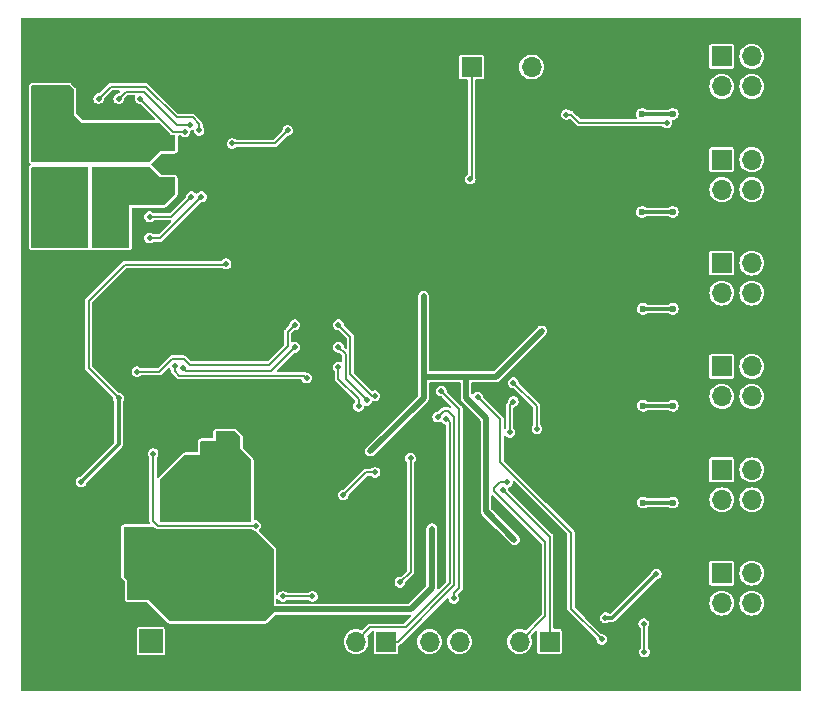
<source format=gbr>
%TF.GenerationSoftware,KiCad,Pcbnew,8.0.7*%
%TF.CreationDate,2025-01-12T17:23:01+01:00*%
%TF.ProjectId,MermaidControlUnit,4d65726d-6169-4644-936f-6e74726f6c55,rev?*%
%TF.SameCoordinates,PXb2564c0PY59d60c0*%
%TF.FileFunction,Copper,L2,Bot*%
%TF.FilePolarity,Positive*%
%FSLAX46Y46*%
G04 Gerber Fmt 4.6, Leading zero omitted, Abs format (unit mm)*
G04 Created by KiCad (PCBNEW 8.0.7) date 2025-01-12 17:23:01*
%MOMM*%
%LPD*%
G01*
G04 APERTURE LIST*
%TA.AperFunction,ComponentPad*%
%ADD10R,2.000000X2.000000*%
%TD*%
%TA.AperFunction,ComponentPad*%
%ADD11R,1.700000X1.700000*%
%TD*%
%TA.AperFunction,ComponentPad*%
%ADD12O,1.700000X1.700000*%
%TD*%
%TA.AperFunction,ComponentPad*%
%ADD13C,0.500000*%
%TD*%
%TA.AperFunction,HeatsinkPad*%
%ADD14C,0.500000*%
%TD*%
%TA.AperFunction,HeatsinkPad*%
%ADD15R,2.500000X2.500000*%
%TD*%
%TA.AperFunction,ViaPad*%
%ADD16C,0.500000*%
%TD*%
%TA.AperFunction,ViaPad*%
%ADD17C,0.600000*%
%TD*%
%TA.AperFunction,Conductor*%
%ADD18C,0.500000*%
%TD*%
%TA.AperFunction,Conductor*%
%ADD19C,0.300000*%
%TD*%
%TA.AperFunction,Conductor*%
%ADD20C,0.200000*%
%TD*%
G04 APERTURE END LIST*
D10*
%TO.P,J4,1,Pin_1*%
%TO.N,Net-(J4-Pin_1)*%
X17000000Y10200000D03*
%TD*%
D11*
%TO.P,J6,1,Pin_1*%
%TO.N,+5V_SW*%
X65350000Y59725000D03*
D12*
%TO.P,J6,2,Pin_2*%
X67890000Y59725000D03*
%TO.P,J6,3,Pin_3*%
%TO.N,/Level Shifter/HVOUT0*%
X65350000Y57185000D03*
%TO.P,J6,4,Pin_4*%
%TO.N,/Level Shifter/HVOUT1*%
X67890000Y57185000D03*
%TO.P,J6,5,Pin_5*%
%TO.N,GND*%
X65350000Y54645000D03*
%TO.P,J6,6,Pin_6*%
X67890000Y54645000D03*
%TD*%
D11*
%TO.P,J11,1,Pin_1*%
%TO.N,+5V_SW*%
X65350000Y15975000D03*
D12*
%TO.P,J11,2,Pin_2*%
X67890000Y15975000D03*
%TO.P,J11,3,Pin_3*%
%TO.N,/Level Shifter/HVOUT10*%
X65350000Y13435000D03*
%TO.P,J11,4,Pin_4*%
%TO.N,/Level Shifter/HVOUT11*%
X67890000Y13435000D03*
%TO.P,J11,5,Pin_5*%
%TO.N,GND*%
X65350000Y10895000D03*
%TO.P,J11,6,Pin_6*%
X67890000Y10895000D03*
%TD*%
D11*
%TO.P,J2,1,Pin_1*%
%TO.N,/STM32/TX*%
X36925000Y10175000D03*
D12*
%TO.P,J2,2,Pin_2*%
%TO.N,/STM32/RX*%
X34385000Y10175000D03*
%TO.P,J2,3,Pin_3*%
%TO.N,GND*%
X31845000Y10175000D03*
%TD*%
D11*
%TO.P,J3,1,Pin_1*%
%TO.N,/STM32/IR_Receiver*%
X44175000Y58825000D03*
D12*
%TO.P,J3,2,Pin_2*%
%TO.N,GND*%
X46715000Y58825000D03*
%TO.P,J3,3,Pin_3*%
%TO.N,+3V3*%
X49255000Y58825000D03*
%TD*%
D11*
%TO.P,J10,1,Pin_1*%
%TO.N,+5V_SW*%
X65350000Y42225000D03*
D12*
%TO.P,J10,2,Pin_2*%
X67890000Y42225000D03*
%TO.P,J10,3,Pin_3*%
%TO.N,/Level Shifter/HVOUT4*%
X65350000Y39685000D03*
%TO.P,J10,4,Pin_4*%
%TO.N,/Level Shifter/HVOUT5*%
X67890000Y39685000D03*
%TO.P,J10,5,Pin_5*%
%TO.N,GND*%
X65350000Y37145000D03*
%TO.P,J10,6,Pin_6*%
X67890000Y37145000D03*
%TD*%
D10*
%TO.P,J12,1,Pin_1*%
%TO.N,Net-(J12-Pin_1)*%
X8350000Y48500000D03*
%TD*%
D13*
%TO.P,U10,21,EP*%
%TO.N,GND*%
X20025000Y49875000D03*
X21075000Y49875000D03*
X19275000Y50650000D03*
X20025000Y50650000D03*
X21075000Y50650000D03*
X21825000Y50650000D03*
X20025000Y51425000D03*
X21075000Y51425000D03*
%TD*%
D11*
%TO.P,J8,1,Pin_1*%
%TO.N,+5V_SW*%
X65350000Y50975000D03*
D12*
%TO.P,J8,2,Pin_2*%
X67890000Y50975000D03*
%TO.P,J8,3,Pin_3*%
%TO.N,/Level Shifter/HVOUT2*%
X65350000Y48435000D03*
%TO.P,J8,4,Pin_4*%
%TO.N,/Level Shifter/HVOUT3*%
X67890000Y48435000D03*
%TO.P,J8,5,Pin_5*%
%TO.N,GND*%
X65350000Y45895000D03*
%TO.P,J8,6,Pin_6*%
X67890000Y45895000D03*
%TD*%
D11*
%TO.P,J7,1,Pin_1*%
%TO.N,+5V_SW*%
X65350000Y33475000D03*
D12*
%TO.P,J7,2,Pin_2*%
X67890000Y33475000D03*
%TO.P,J7,3,Pin_3*%
%TO.N,/Level Shifter/HVOUT6*%
X65350000Y30935000D03*
%TO.P,J7,4,Pin_4*%
%TO.N,/Level Shifter/HVOUT7*%
X67890000Y30935000D03*
%TO.P,J7,5,Pin_5*%
%TO.N,GND*%
X65350000Y28395000D03*
%TO.P,J7,6,Pin_6*%
X67890000Y28395000D03*
%TD*%
D10*
%TO.P,J13,1,Pin_1*%
%TO.N,Net-(J13-Pin_1)*%
X8350000Y52600000D03*
%TD*%
D14*
%TO.P,U3,33,EPAD*%
%TO.N,GND*%
X19700000Y30000000D03*
X19700000Y29000000D03*
X19700000Y28000000D03*
X20700000Y30000000D03*
X20700000Y29000000D03*
D15*
X20700000Y29000000D03*
D14*
X20700000Y28000000D03*
X21700000Y30000000D03*
X21700000Y29000000D03*
X21700000Y28000000D03*
%TD*%
D10*
%TO.P,J5,1,Pin_1*%
%TO.N,GND*%
X11000000Y10200000D03*
%TD*%
D11*
%TO.P,J1,1,Pin_1*%
%TO.N,/STM32/SWDIO*%
X50775000Y10175000D03*
D12*
%TO.P,J1,2,Pin_2*%
%TO.N,/STM32/SWCLK*%
X48235000Y10175000D03*
%TO.P,J1,3,Pin_3*%
%TO.N,GND*%
X45695000Y10175000D03*
%TO.P,J1,4,Pin_4*%
%TO.N,/STM32/nRST*%
X43155000Y10175000D03*
%TO.P,J1,5,Pin_5*%
%TO.N,+3V3*%
X40615000Y10175000D03*
%TD*%
D11*
%TO.P,J9,1,Pin_1*%
%TO.N,+5V_SW*%
X65350000Y24725000D03*
D12*
%TO.P,J9,2,Pin_2*%
X67890000Y24725000D03*
%TO.P,J9,3,Pin_3*%
%TO.N,/Level Shifter/HVOUT8*%
X65350000Y22185000D03*
%TO.P,J9,4,Pin_4*%
%TO.N,/Level Shifter/HVOUT9*%
X67890000Y22185000D03*
%TO.P,J9,5,Pin_5*%
%TO.N,GND*%
X65350000Y19645000D03*
%TO.P,J9,6,Pin_6*%
X67890000Y19645000D03*
%TD*%
D16*
%TO.N,GND*%
X27100000Y21700000D03*
%TO.N,Net-(L1-Pad1)*%
X23400000Y26300000D03*
X24800000Y25500000D03*
X23700000Y25500000D03*
X22600000Y25500000D03*
X21500000Y25500000D03*
X20500000Y25500000D03*
X24500000Y21000000D03*
X23400000Y21000000D03*
X22300000Y21000000D03*
X21200000Y21000000D03*
X20100000Y21000000D03*
X18900000Y21000000D03*
X18900000Y22000000D03*
X18900000Y23000000D03*
%TO.N,+BATT*%
X19100000Y17200000D03*
X25800000Y17200000D03*
X24600000Y17200000D03*
X23500000Y17200000D03*
X22400000Y17200000D03*
X21300000Y17200000D03*
X20200000Y17200000D03*
X16900000Y18600000D03*
X16800000Y14400000D03*
X16900000Y16500000D03*
X19100000Y16200000D03*
X19100000Y15200000D03*
X19100000Y14200000D03*
X19100000Y13200000D03*
%TO.N,Net-(U10-AC1)*%
X17500000Y48800000D03*
X16600000Y49100000D03*
X16600000Y49900000D03*
X15700000Y49900000D03*
X14400000Y48900000D03*
X13500000Y43800000D03*
X13500000Y45300000D03*
X13500000Y47100000D03*
X13500000Y48900000D03*
X12600000Y48900000D03*
%TO.N,Net-(J12-Pin_1)*%
X10100000Y47900000D03*
X10100000Y44400000D03*
X10100000Y46200000D03*
X9300000Y46700000D03*
X7600000Y46700000D03*
X8400000Y46700000D03*
X11300000Y49000000D03*
X10400000Y49000000D03*
X11300000Y49800000D03*
X10400000Y49800000D03*
%TO.N,Net-(J13-Pin_1)*%
X17500000Y53700000D03*
X16100000Y51500000D03*
X17500000Y52100000D03*
X17500000Y52900000D03*
X16100000Y52400000D03*
X14300000Y52400000D03*
X12600000Y52400000D03*
X11300000Y51200000D03*
X11300000Y52000000D03*
X11300000Y52800000D03*
X11300000Y53600000D03*
X10400000Y51200000D03*
X10400000Y52000000D03*
X10400000Y52800000D03*
X10400000Y53600000D03*
X9200000Y54400000D03*
X8400000Y54400000D03*
X7600000Y54400000D03*
%TO.N,GND*%
X26500000Y39900000D03*
X22750000Y46200000D03*
X34600000Y28875000D03*
X61500000Y8100000D03*
X49500000Y16950000D03*
X10100000Y29900000D03*
X22750000Y42700000D03*
X22500000Y55200000D03*
X59750000Y8100000D03*
X41750000Y39450000D03*
X37500000Y40950000D03*
X44000000Y23950000D03*
X50500000Y40950000D03*
X26500000Y35200000D03*
X63000000Y18200000D03*
X51500000Y52200000D03*
X55400000Y9200000D03*
X26500000Y36700000D03*
X51500000Y53950000D03*
X12700000Y18200000D03*
X48500000Y16200000D03*
X29500000Y29900000D03*
X10100000Y28200000D03*
X56500000Y55950000D03*
X23750000Y48700000D03*
X26500000Y37600000D03*
X17250000Y26925000D03*
X29500000Y28200000D03*
X22500000Y58700000D03*
X28500000Y49950000D03*
X56000000Y42950000D03*
X17500000Y50700000D03*
X49250000Y44700000D03*
X29500000Y31450000D03*
X56500000Y31200000D03*
X31000000Y49950000D03*
X43500000Y42200000D03*
X12700000Y17100000D03*
X13100000Y14500000D03*
X44250000Y16950000D03*
X26500000Y39000000D03*
X56000000Y51200000D03*
X23750000Y49950000D03*
X56500000Y39450000D03*
X63000000Y59450000D03*
X56250000Y14700000D03*
X56000000Y18200000D03*
X14300000Y25600000D03*
X56500000Y22950000D03*
X56000000Y26450000D03*
X56000000Y34700000D03*
X41750000Y16950000D03*
X51250000Y33950000D03*
X63000000Y51200000D03*
X63000000Y42950000D03*
X10100000Y26500000D03*
X22500000Y56950000D03*
X45000000Y44700000D03*
X12700000Y19400000D03*
X43100000Y51300000D03*
X28750000Y55200000D03*
X12700000Y15900000D03*
X31000000Y48200000D03*
X43000000Y54950000D03*
X22750000Y44450000D03*
X56500000Y47700000D03*
X56000000Y59450000D03*
X63000000Y34700000D03*
X31325000Y18475000D03*
X29600000Y26450000D03*
X10100000Y31700000D03*
X28750000Y56950000D03*
X63000000Y26450000D03*
%TO.N,+3V3*%
X45400000Y24000000D03*
D17*
X61200000Y30150000D03*
X58700000Y30150000D03*
X61200000Y21950000D03*
D16*
X40100000Y39400000D03*
D17*
X58699988Y38350000D03*
X61200000Y46550000D03*
D16*
X50100000Y36500000D03*
D17*
X58700000Y21950000D03*
X61200000Y38350000D03*
X61200000Y54850000D03*
X58600000Y46550000D03*
D16*
X35600000Y26300000D03*
X47800000Y18800000D03*
D17*
X58600000Y54850000D03*
D16*
%TO.N,+BATT*%
X23375000Y42175000D03*
X11100000Y23700000D03*
X26300000Y13100000D03*
X35200000Y12900000D03*
X40800000Y19725000D03*
X14275000Y30800000D03*
%TO.N,+5V*%
X55500002Y12200000D03*
X60700000Y54100000D03*
X59800000Y15900000D03*
X52200000Y54800000D03*
%TO.N,Net-(U10-AC1)*%
X15700000Y49100000D03*
%TO.N,Net-(U10-COMM1)*%
X21300000Y47850000D03*
X16900000Y44350000D03*
%TO.N,Net-(U10-CLAMP1)*%
X20451470Y47850000D03*
X16900000Y46150000D03*
%TO.N,Net-(U10-BOOT2)*%
X19900000Y53350000D03*
X16100000Y56150000D03*
%TO.N,Net-(U10-CLAMP2)*%
X14300000Y56150000D03*
X20369088Y53935201D03*
%TO.N,Net-(U10-COMM2)*%
X12600000Y56150000D03*
X21100000Y53450000D03*
%TO.N,/STM32/powerOn*%
X38100000Y15200000D03*
X39000000Y25700000D03*
%TO.N,Net-(D4-K)*%
X30200000Y32500000D03*
X19037500Y33500000D03*
%TO.N,Net-(D6-K)*%
X19775000Y33300000D03*
X29200000Y35100000D03*
%TO.N,/STM32/nRST*%
X41600000Y31400000D03*
X42674265Y13825735D03*
%TO.N,/STM32/SWCLK*%
X47200000Y23700000D03*
%TO.N,/STM32/SWDIO*%
X46824265Y23024265D03*
%TO.N,/STM32/TX*%
X41300000Y29200000D03*
%TO.N,/STM32/RX*%
X42025735Y29025735D03*
%TO.N,/STM32/IR_Receiver*%
X44049991Y49350009D03*
%TO.N,Net-(L1-Pad1)*%
X18900000Y23900000D03*
%TO.N,Net-(Q1-D)*%
X28200000Y14000000D03*
X30700000Y14000000D03*
X17200000Y26100000D03*
X25900000Y20000000D03*
%TO.N,/STM32/LED2*%
X47700000Y30500000D03*
X47400000Y27900000D03*
%TO.N,Net-(U1-BOOT0)*%
X47700000Y32100000D03*
X49700000Y28200000D03*
%TO.N,/STM32/boostWkUp*%
X33300000Y22600000D03*
X36000000Y24500000D03*
%TO.N,Net-(U3-L3{slash}IRQ)*%
X15837500Y33037500D03*
X29200000Y37000000D03*
%TO.N,/STM32/IRQ_Boost*%
X35969357Y30987500D03*
X32900000Y37000000D03*
%TO.N,/STM32/I2C2_SCL*%
X35300000Y30600000D03*
X32900000Y35100000D03*
%TO.N,/STM32/I2C2_SDA*%
X34600000Y30100000D03*
X32900000Y33400000D03*
%TO.N,Net-(U10-ILIM)*%
X28600000Y53450000D03*
X23900000Y52350000D03*
%TO.N,+5V_SW*%
X58750000Y11700000D03*
X58800000Y9300000D03*
%TO.N,/STM32/+5V_EN*%
X44700000Y30900000D03*
X55200000Y10362500D03*
%TD*%
D18*
%TO.N,+3V3*%
X43700000Y32600000D02*
X43700000Y30800000D01*
X43700000Y30800000D02*
X45400000Y29100000D01*
X45400000Y29100000D02*
X45400000Y24000000D01*
X42300000Y32600000D02*
X43700000Y32600000D01*
X45400000Y21200000D02*
X47800000Y18800000D01*
D19*
X61200000Y54850000D02*
X58600000Y54850000D01*
D18*
X40100000Y32600000D02*
X40100000Y34800000D01*
X42300000Y32600000D02*
X40100000Y32600000D01*
X46200000Y32600000D02*
X42300000Y32600000D01*
D19*
X61200000Y46550000D02*
X58600000Y46550000D01*
D18*
X40100000Y30800000D02*
X40100000Y32600000D01*
D19*
X61200000Y30150000D02*
X58700000Y30150000D01*
X61200000Y21950000D02*
X58700000Y21950000D01*
D18*
X45400000Y24000000D02*
X45400000Y21200000D01*
X50100000Y36500000D02*
X46200000Y32600000D01*
X35600000Y26300000D02*
X40100000Y30800000D01*
X40100000Y39400000D02*
X40100000Y34800000D01*
D19*
X61200000Y38350000D02*
X58699988Y38350000D01*
%TO.N,+BATT*%
X14275000Y26875000D02*
X11100000Y23700000D01*
D18*
X26500000Y12900000D02*
X26300000Y13100000D01*
D20*
X23375000Y42175000D02*
X23225000Y42175000D01*
D18*
X40800000Y14700000D02*
X39000000Y12900000D01*
D20*
X23225000Y42175000D02*
X23150000Y42100000D01*
X23150000Y42100000D02*
X14800000Y42100000D01*
X11750000Y39050000D02*
X11750000Y33325000D01*
D18*
X30100000Y12900000D02*
X26500000Y12900000D01*
D20*
X14800000Y42100000D02*
X11750000Y39050000D01*
X11750000Y33325000D02*
X14275000Y30800000D01*
D18*
X40800000Y19725000D02*
X40800000Y14700000D01*
D19*
X14275000Y30800000D02*
X14275000Y26875000D01*
D18*
X39000000Y12900000D02*
X30100000Y12900000D01*
D19*
%TO.N,+5V*%
X59800000Y15900000D02*
X56100000Y12200000D01*
D20*
X52200000Y54800000D02*
X52600000Y54800000D01*
X53300000Y54100000D02*
X60700000Y54100000D01*
X52600000Y54800000D02*
X53300000Y54100000D01*
D19*
X56100000Y12200000D02*
X55500002Y12200000D01*
D20*
%TO.N,Net-(U10-COMM1)*%
X16900000Y44350000D02*
X17800000Y44350000D01*
X17800000Y44350000D02*
X21300000Y47850000D01*
%TO.N,Net-(U10-CLAMP1)*%
X18751470Y46150000D02*
X20451470Y47850000D01*
X16900000Y46150000D02*
X18751470Y46150000D01*
%TO.N,Net-(U10-BOOT2)*%
X19900000Y53350000D02*
X18900000Y53350000D01*
X18900000Y53350000D02*
X16100000Y56150000D01*
%TO.N,Net-(U10-CLAMP2)*%
X20369088Y53935201D02*
X19214799Y53935201D01*
X16400000Y56750000D02*
X14900000Y56750000D01*
X14900000Y56750000D02*
X14300000Y56150000D01*
X19214799Y53935201D02*
X16400000Y56750000D01*
%TO.N,Net-(U10-COMM2)*%
X16600000Y57150000D02*
X13600000Y57150000D01*
X20550000Y54550000D02*
X19200000Y54550000D01*
X21100000Y54000000D02*
X20550000Y54550000D01*
X19200000Y54550000D02*
X16600000Y57150000D01*
X13600000Y57150000D02*
X12600000Y56150000D01*
X21100000Y53450000D02*
X21100000Y54000000D01*
%TO.N,/STM32/powerOn*%
X39000000Y16100000D02*
X39000000Y25700000D01*
X38100000Y15200000D02*
X39000000Y16100000D01*
%TO.N,Net-(D4-K)*%
X19037500Y33500000D02*
X19037500Y33062500D01*
X30000000Y32700000D02*
X30200000Y32500000D01*
X19400000Y32700000D02*
X30000000Y32700000D01*
X19037500Y33062500D02*
X19400000Y32700000D01*
%TO.N,Net-(D6-K)*%
X29200000Y35100000D02*
X27200000Y33100000D01*
X27200000Y33100000D02*
X19975000Y33100000D01*
X19975000Y33100000D02*
X19775000Y33300000D01*
%TO.N,/STM32/nRST*%
X43100000Y29900000D02*
X43100000Y14700000D01*
X43100000Y14700000D02*
X42674265Y14274265D01*
X41600000Y31400000D02*
X43100000Y29900000D01*
X42674265Y14274265D02*
X42674265Y13825735D01*
%TO.N,/STM32/SWCLK*%
X50400000Y12340000D02*
X48235000Y10175000D01*
X46600000Y23700000D02*
X46100000Y23200000D01*
X47200000Y23700000D02*
X46600000Y23700000D01*
X46100000Y22900000D02*
X50400000Y18600000D01*
X50400000Y18600000D02*
X50400000Y12340000D01*
X46100000Y23200000D02*
X46100000Y22900000D01*
%TO.N,/STM32/SWDIO*%
X50800000Y19048530D02*
X46824265Y23024265D01*
X50775000Y10175000D02*
X50800000Y10200000D01*
X50800000Y10200000D02*
X50800000Y19048530D01*
%TO.N,/STM32/TX*%
X41800000Y29700000D02*
X41300000Y29200000D01*
X36925000Y10175000D02*
X37925000Y10175000D01*
X42200000Y29700000D02*
X41800000Y29700000D01*
X37925000Y10175000D02*
X42700000Y14950000D01*
X42700000Y29200000D02*
X42200000Y29700000D01*
X42700000Y14950000D02*
X42700000Y29200000D01*
%TO.N,/STM32/RX*%
X42300000Y28751470D02*
X42025735Y29025735D01*
X38584314Y11400000D02*
X42300000Y15115686D01*
X34385000Y10175000D02*
X35610000Y11400000D01*
X42300000Y15115686D02*
X42300000Y28751470D01*
X35610000Y11400000D02*
X38584314Y11400000D01*
%TO.N,/STM32/IR_Receiver*%
X44175000Y49475018D02*
X44049991Y49350009D01*
X44175000Y58825000D02*
X44175000Y49475018D01*
%TO.N,Net-(Q1-D)*%
X17600000Y20000000D02*
X25900000Y20000000D01*
X17200000Y20400000D02*
X17600000Y20000000D01*
X17200000Y26100000D02*
X17200000Y20400000D01*
X28200000Y14000000D02*
X30700000Y14000000D01*
%TO.N,/STM32/LED2*%
X47400000Y27900000D02*
X47400000Y30200000D01*
X47400000Y30200000D02*
X47700000Y30500000D01*
%TO.N,Net-(U1-BOOT0)*%
X49700000Y28200000D02*
X49700000Y30100000D01*
X49700000Y30100000D02*
X47700000Y32100000D01*
%TO.N,/STM32/boostWkUp*%
X36000000Y24500000D02*
X35200000Y24500000D01*
X35200000Y24500000D02*
X33300000Y22600000D01*
%TO.N,Net-(U3-L3{slash}IRQ)*%
X18550000Y33850000D02*
X18800000Y34100000D01*
X15837500Y33037500D02*
X17737500Y33037500D01*
X20300000Y33600000D02*
X27000000Y33600000D01*
X28600000Y36400000D02*
X29200000Y37000000D01*
X17737500Y33037500D02*
X18550000Y33850000D01*
X28600000Y35200000D02*
X28600000Y36400000D01*
X19800000Y34100000D02*
X20300000Y33600000D01*
X27000000Y33600000D02*
X28600000Y35200000D01*
X18800000Y34100000D02*
X19800000Y34100000D01*
%TO.N,/STM32/IRQ_Boost*%
X33900000Y32800000D02*
X33900000Y36000000D01*
X35712500Y30987500D02*
X33900000Y32800000D01*
X35969357Y30987500D02*
X35712500Y30987500D01*
X33900000Y36000000D02*
X32900000Y37000000D01*
%TO.N,/STM32/I2C2_SCL*%
X33500000Y33300000D02*
X33500000Y34500000D01*
X35300000Y30600000D02*
X33500000Y32400000D01*
X33500000Y32400000D02*
X33500000Y33300000D01*
X33500000Y34500000D02*
X32900000Y35100000D01*
%TO.N,/STM32/I2C2_SDA*%
X32900000Y32400000D02*
X32900000Y33400000D01*
X34600000Y30100000D02*
X34600000Y30700000D01*
X34600000Y30700000D02*
X32900000Y32400000D01*
%TO.N,Net-(U10-ILIM)*%
X27500000Y52350000D02*
X28600000Y53450000D01*
X23900000Y52350000D02*
X27500000Y52350000D01*
%TO.N,+5V_SW*%
X58800000Y11650000D02*
X58750000Y11700000D01*
X58800000Y9300000D02*
X58800000Y11650000D01*
%TO.N,/STM32/+5V_EN*%
X46600000Y25400000D02*
X52587500Y19412500D01*
X52587500Y19412500D02*
X52587500Y12975000D01*
X46600000Y29000000D02*
X46600000Y25400000D01*
X44700000Y30900000D02*
X46600000Y29000000D01*
X52587500Y12975000D02*
X55200000Y10362500D01*
%TD*%
%TA.AperFunction,Conductor*%
%TO.N,+BATT*%
G36*
X17292212Y19881093D02*
G01*
X17304025Y19871004D01*
X17359540Y19815489D01*
X17359539Y19815489D01*
X17415489Y19759540D01*
X17484007Y19719981D01*
X17484011Y19719979D01*
X17560435Y19699501D01*
X17560437Y19699500D01*
X17560438Y19699500D01*
X17639562Y19699500D01*
X25519075Y19699500D01*
X25577266Y19680593D01*
X25593895Y19665330D01*
X25601951Y19656033D01*
X25710931Y19585996D01*
X25824063Y19552779D01*
X25832602Y19550271D01*
X25874715Y19525285D01*
X27371004Y18028996D01*
X27398781Y17974479D01*
X27400000Y17958992D01*
X27400000Y12641008D01*
X27381093Y12582817D01*
X27371004Y12571004D01*
X26728996Y11928996D01*
X26674479Y11901219D01*
X26658992Y11900000D01*
X18641008Y11900000D01*
X18582817Y11918907D01*
X18571004Y11928996D01*
X17858992Y12641008D01*
X16800000Y13700000D01*
X16799999Y13700000D01*
X15099000Y13700000D01*
X15040809Y13718907D01*
X15004845Y13768407D01*
X15000000Y13799000D01*
X15000000Y15400000D01*
X14999999Y15400001D01*
X14728996Y15671005D01*
X14701219Y15725521D01*
X14700000Y15741008D01*
X14700000Y19801000D01*
X14718907Y19859191D01*
X14768407Y19895155D01*
X14799000Y19900000D01*
X17234021Y19900000D01*
X17292212Y19881093D01*
G37*
%TD.AperFunction*%
%TD*%
%TA.AperFunction,Conductor*%
%TO.N,Net-(U10-AC1)*%
G36*
X15200000Y47100000D02*
G01*
X15200000Y47099999D01*
X15200000Y43599000D01*
X15181093Y43540809D01*
X15131593Y43504845D01*
X15101000Y43500000D01*
X12099000Y43500000D01*
X12040809Y43518907D01*
X12004845Y43568407D01*
X12000000Y43599000D01*
X12000000Y47200000D01*
X15200000Y47200000D01*
X15200000Y47100000D01*
G37*
%TD.AperFunction*%
%TD*%
%TA.AperFunction,Conductor*%
%TO.N,GND*%
G36*
X72059191Y62981093D02*
G01*
X72095155Y62931593D01*
X72100000Y62901000D01*
X72100000Y6099000D01*
X72081093Y6040809D01*
X72031593Y6004845D01*
X72001000Y6000000D01*
X6099000Y6000000D01*
X6040809Y6018907D01*
X6004845Y6068407D01*
X6000000Y6099000D01*
X6000000Y11219747D01*
X15799500Y11219747D01*
X15799500Y9180254D01*
X15799501Y9180242D01*
X15811132Y9121773D01*
X15811134Y9121767D01*
X15855445Y9055452D01*
X15855448Y9055448D01*
X15921769Y9011133D01*
X15966231Y9002289D01*
X15980241Y8999502D01*
X15980246Y8999502D01*
X15980252Y8999500D01*
X15980253Y8999500D01*
X18019747Y8999500D01*
X18019748Y8999500D01*
X18078231Y9011133D01*
X18144552Y9055448D01*
X18188867Y9121769D01*
X18200500Y9180252D01*
X18200500Y11219748D01*
X18188867Y11278231D01*
X18144552Y11344552D01*
X18092037Y11379642D01*
X18078233Y11388866D01*
X18078231Y11388867D01*
X18078228Y11388868D01*
X18078227Y11388868D01*
X18019758Y11400499D01*
X18019748Y11400500D01*
X15980252Y11400500D01*
X15980251Y11400500D01*
X15980241Y11400499D01*
X15921772Y11388868D01*
X15921766Y11388866D01*
X15855451Y11344555D01*
X15855445Y11344549D01*
X15811134Y11278234D01*
X15811132Y11278228D01*
X15799501Y11219759D01*
X15799500Y11219747D01*
X6000000Y11219747D01*
X6000000Y19801004D01*
X14494500Y19801004D01*
X14494500Y19801000D01*
X14494500Y15741008D01*
X14494943Y15729721D01*
X14495134Y15724877D01*
X14496353Y15709394D01*
X14518115Y15632232D01*
X14518116Y15632229D01*
X14518117Y15632227D01*
X14545894Y15577711D01*
X14583685Y15525695D01*
X14765505Y15343875D01*
X14793281Y15289360D01*
X14794500Y15273873D01*
X14794500Y13799000D01*
X14797030Y13766857D01*
X14801883Y13736207D01*
X14802646Y13731719D01*
X14802647Y13731714D01*
X14838591Y13647618D01*
X14843450Y13640930D01*
X14874556Y13598117D01*
X14898797Y13570372D01*
X14977307Y13523464D01*
X15035498Y13504557D01*
X15048198Y13502546D01*
X15098996Y13494500D01*
X15099000Y13494500D01*
X16673872Y13494500D01*
X16732063Y13475593D01*
X16743876Y13465504D01*
X18425694Y11783686D01*
X18437544Y11772731D01*
X18449357Y11762642D01*
X18519315Y11723464D01*
X18577506Y11704557D01*
X18590206Y11702546D01*
X18641004Y11694500D01*
X18641008Y11694500D01*
X26658978Y11694500D01*
X26658992Y11694500D01*
X26675117Y11695134D01*
X26690604Y11696353D01*
X26767772Y11718116D01*
X26822289Y11745893D01*
X26874306Y11783686D01*
X27511125Y12420506D01*
X27565640Y12448281D01*
X27581127Y12449500D01*
X38969835Y12449500D01*
X39028026Y12430593D01*
X39063990Y12381093D01*
X39063990Y12319907D01*
X39039839Y12280496D01*
X38488839Y11729496D01*
X38434322Y11701719D01*
X38418835Y11700500D01*
X35649562Y11700500D01*
X35570438Y11700500D01*
X35523661Y11687967D01*
X35494007Y11680021D01*
X35425493Y11640464D01*
X35425488Y11640460D01*
X34936214Y11151188D01*
X34881698Y11123411D01*
X34821266Y11132982D01*
X34819583Y11133861D01*
X34788954Y11150232D01*
X34590934Y11210301D01*
X34590929Y11210302D01*
X34385003Y11230583D01*
X34384997Y11230583D01*
X34179070Y11210302D01*
X34179065Y11210301D01*
X33981045Y11150232D01*
X33798547Y11052684D01*
X33638595Y10921415D01*
X33638585Y10921405D01*
X33507316Y10761453D01*
X33409768Y10578955D01*
X33349699Y10380935D01*
X33349698Y10380930D01*
X33329417Y10175004D01*
X33329417Y10174997D01*
X33349698Y9969071D01*
X33349699Y9969066D01*
X33409768Y9771046D01*
X33507316Y9588548D01*
X33542185Y9546060D01*
X33638590Y9428590D01*
X33638595Y9428586D01*
X33798547Y9297317D01*
X33798548Y9297317D01*
X33798550Y9297315D01*
X33981046Y9199768D01*
X34118997Y9157922D01*
X34179065Y9139700D01*
X34179070Y9139699D01*
X34384997Y9119417D01*
X34385000Y9119417D01*
X34385003Y9119417D01*
X34590929Y9139699D01*
X34590934Y9139700D01*
X34788954Y9199768D01*
X34971450Y9297315D01*
X35131410Y9428590D01*
X35262685Y9588550D01*
X35360232Y9771046D01*
X35420300Y9969066D01*
X35420301Y9969071D01*
X35440583Y10174997D01*
X35440583Y10175004D01*
X35420301Y10380930D01*
X35420300Y10380935D01*
X35386995Y10490726D01*
X35360232Y10578954D01*
X35343880Y10609545D01*
X35333123Y10669777D01*
X35359824Y10724829D01*
X35361128Y10726159D01*
X35705475Y11070504D01*
X35759991Y11098281D01*
X35775478Y11099500D01*
X35775500Y11099500D01*
X35833691Y11080593D01*
X35869655Y11031093D01*
X35874500Y11000500D01*
X35874500Y9305254D01*
X35874501Y9305242D01*
X35886132Y9246773D01*
X35886134Y9246767D01*
X35930445Y9180452D01*
X35930448Y9180448D01*
X35996769Y9136133D01*
X36041231Y9127289D01*
X36055241Y9124502D01*
X36055246Y9124502D01*
X36055252Y9124500D01*
X36055253Y9124500D01*
X37794747Y9124500D01*
X37794748Y9124500D01*
X37853231Y9136133D01*
X37919552Y9180448D01*
X37963867Y9246769D01*
X37975500Y9305252D01*
X37975500Y9801704D01*
X37994407Y9859895D01*
X38036622Y9893171D01*
X38040983Y9894978D01*
X38040989Y9894979D01*
X38109511Y9934540D01*
X38165460Y9990489D01*
X38349975Y10175004D01*
X39559417Y10175004D01*
X39559417Y10174997D01*
X39579698Y9969071D01*
X39579699Y9969066D01*
X39639768Y9771046D01*
X39737316Y9588548D01*
X39772185Y9546060D01*
X39868590Y9428590D01*
X39868595Y9428586D01*
X40028547Y9297317D01*
X40028548Y9297317D01*
X40028550Y9297315D01*
X40211046Y9199768D01*
X40348997Y9157922D01*
X40409065Y9139700D01*
X40409070Y9139699D01*
X40614997Y9119417D01*
X40615000Y9119417D01*
X40615003Y9119417D01*
X40820929Y9139699D01*
X40820934Y9139700D01*
X41018954Y9199768D01*
X41201450Y9297315D01*
X41361410Y9428590D01*
X41492685Y9588550D01*
X41590232Y9771046D01*
X41650300Y9969066D01*
X41650301Y9969071D01*
X41670583Y10174997D01*
X41670583Y10175004D01*
X42099417Y10175004D01*
X42099417Y10174997D01*
X42119698Y9969071D01*
X42119699Y9969066D01*
X42179768Y9771046D01*
X42277316Y9588548D01*
X42312185Y9546060D01*
X42408590Y9428590D01*
X42408595Y9428586D01*
X42568547Y9297317D01*
X42568548Y9297317D01*
X42568550Y9297315D01*
X42751046Y9199768D01*
X42888997Y9157922D01*
X42949065Y9139700D01*
X42949070Y9139699D01*
X43154997Y9119417D01*
X43155000Y9119417D01*
X43155003Y9119417D01*
X43360929Y9139699D01*
X43360934Y9139700D01*
X43558954Y9199768D01*
X43741450Y9297315D01*
X43901410Y9428590D01*
X44032685Y9588550D01*
X44130232Y9771046D01*
X44190300Y9969066D01*
X44190301Y9969071D01*
X44210583Y10174997D01*
X44210583Y10175004D01*
X44190301Y10380930D01*
X44190300Y10380935D01*
X44156995Y10490726D01*
X44130232Y10578954D01*
X44032685Y10761450D01*
X44020332Y10776502D01*
X43901414Y10921405D01*
X43901410Y10921410D01*
X43805038Y11000500D01*
X43741452Y11052684D01*
X43558954Y11150232D01*
X43360934Y11210301D01*
X43360929Y11210302D01*
X43155003Y11230583D01*
X43154997Y11230583D01*
X42949070Y11210302D01*
X42949065Y11210301D01*
X42751045Y11150232D01*
X42568547Y11052684D01*
X42408595Y10921415D01*
X42408585Y10921405D01*
X42277316Y10761453D01*
X42179768Y10578955D01*
X42119699Y10380935D01*
X42119698Y10380930D01*
X42099417Y10175004D01*
X41670583Y10175004D01*
X41650301Y10380930D01*
X41650300Y10380935D01*
X41616995Y10490726D01*
X41590232Y10578954D01*
X41492685Y10761450D01*
X41480332Y10776502D01*
X41361414Y10921405D01*
X41361410Y10921410D01*
X41265038Y11000500D01*
X41201452Y11052684D01*
X41018954Y11150232D01*
X40820934Y11210301D01*
X40820929Y11210302D01*
X40615003Y11230583D01*
X40614997Y11230583D01*
X40409070Y11210302D01*
X40409065Y11210301D01*
X40211045Y11150232D01*
X40028547Y11052684D01*
X39868595Y10921415D01*
X39868585Y10921405D01*
X39737316Y10761453D01*
X39639768Y10578955D01*
X39579699Y10380935D01*
X39579698Y10380930D01*
X39559417Y10175004D01*
X38349975Y10175004D01*
X42051827Y13876857D01*
X42106342Y13904632D01*
X42166774Y13895061D01*
X42210039Y13851796D01*
X42219821Y13820940D01*
X42237567Y13697510D01*
X42288495Y13585996D01*
X42291383Y13579672D01*
X42317526Y13549501D01*
X42376217Y13481767D01*
X42448993Y13434997D01*
X42485196Y13411731D01*
X42609493Y13375235D01*
X42609495Y13375235D01*
X42739035Y13375235D01*
X42739037Y13375235D01*
X42863334Y13411731D01*
X42972314Y13481768D01*
X43057147Y13579672D01*
X43110962Y13697509D01*
X43129398Y13825735D01*
X43127497Y13838954D01*
X43110962Y13953961D01*
X43057147Y14071797D01*
X43057147Y14071798D01*
X43043051Y14088065D01*
X43019234Y14144421D01*
X43033091Y14204017D01*
X43047863Y14222894D01*
X43340460Y14515489D01*
X43346594Y14526114D01*
X43353170Y14537502D01*
X43380020Y14584010D01*
X43380021Y14584011D01*
X43400500Y14660438D01*
X43400500Y29939562D01*
X43380021Y30015989D01*
X43356160Y30057317D01*
X43340460Y30084511D01*
X43284511Y30140461D01*
X43284511Y30140460D01*
X42083496Y31341475D01*
X42055719Y31395992D01*
X42055508Y31397391D01*
X42055132Y31400003D01*
X42050799Y31430142D01*
X42036698Y31528225D01*
X42007459Y31592247D01*
X41982882Y31646063D01*
X41898049Y31743967D01*
X41898048Y31743968D01*
X41898047Y31743969D01*
X41789073Y31814002D01*
X41789070Y31814004D01*
X41789069Y31814004D01*
X41789066Y31814005D01*
X41664774Y31850500D01*
X41664772Y31850500D01*
X41535228Y31850500D01*
X41535225Y31850500D01*
X41410933Y31814005D01*
X41410926Y31814002D01*
X41301952Y31743969D01*
X41217117Y31646062D01*
X41163302Y31528226D01*
X41144867Y31400003D01*
X41144867Y31399998D01*
X41163302Y31271775D01*
X41189686Y31214004D01*
X41217118Y31153937D01*
X41250228Y31115726D01*
X41301952Y31056032D01*
X41409986Y30986603D01*
X41410931Y30985996D01*
X41535228Y30949500D01*
X41584521Y30949500D01*
X41642712Y30930593D01*
X41654525Y30920504D01*
X42444423Y30130606D01*
X42472200Y30076089D01*
X42462629Y30015657D01*
X42419364Y29972392D01*
X42358932Y29962821D01*
X42324918Y29974866D01*
X42315988Y29980022D01*
X42239564Y30000500D01*
X42239562Y30000500D01*
X41839562Y30000500D01*
X41760438Y30000500D01*
X41713661Y29987967D01*
X41684007Y29980021D01*
X41615493Y29940464D01*
X41615488Y29940460D01*
X41354524Y29679496D01*
X41300008Y29651719D01*
X41284521Y29650500D01*
X41235225Y29650500D01*
X41110933Y29614005D01*
X41110926Y29614002D01*
X41001952Y29543969D01*
X40917117Y29446062D01*
X40863302Y29328226D01*
X40844867Y29200003D01*
X40844867Y29199998D01*
X40863302Y29071776D01*
X40863301Y29071776D01*
X40878014Y29039561D01*
X40917118Y28953937D01*
X40985058Y28875529D01*
X41001952Y28856032D01*
X41087839Y28800836D01*
X41110931Y28785996D01*
X41235228Y28749500D01*
X41235230Y28749500D01*
X41364770Y28749500D01*
X41364772Y28749500D01*
X41489069Y28785996D01*
X41512161Y28800837D01*
X41571333Y28816392D01*
X41628350Y28794195D01*
X41640504Y28782383D01*
X41642852Y28779673D01*
X41642853Y28779672D01*
X41727686Y28681768D01*
X41836666Y28611731D01*
X41928391Y28584799D01*
X41978898Y28550264D01*
X41999460Y28492637D01*
X41999500Y28489809D01*
X41999500Y15281165D01*
X41980593Y15222974D01*
X41970504Y15211161D01*
X41419504Y14660161D01*
X41364987Y14632384D01*
X41304555Y14641955D01*
X41261290Y14685220D01*
X41250500Y14730165D01*
X41250500Y19685699D01*
X41251508Y19699790D01*
X41255133Y19725000D01*
X41255133Y19725002D01*
X41251508Y19750214D01*
X41250500Y19764303D01*
X41250500Y19784310D01*
X41243624Y19809968D01*
X41241258Y19821506D01*
X41236698Y19853223D01*
X41236697Y19853225D01*
X41236697Y19853226D01*
X41228847Y19870415D01*
X41223273Y19885919D01*
X41219799Y19898886D01*
X41203230Y19927584D01*
X41198918Y19935948D01*
X41182882Y19971062D01*
X41182882Y19971063D01*
X41182880Y19971065D01*
X41182879Y19971068D01*
X41174826Y19980361D01*
X41163907Y19995693D01*
X41161418Y20000003D01*
X41160489Y20001613D01*
X41160484Y20001618D01*
X41132439Y20029664D01*
X41127625Y20034835D01*
X41098050Y20068966D01*
X41098044Y20068972D01*
X41093248Y20072054D01*
X41076778Y20085325D01*
X41076617Y20085486D01*
X41076610Y20085491D01*
X41036596Y20108594D01*
X41032574Y20111045D01*
X40989069Y20139004D01*
X40989066Y20139005D01*
X40985209Y20140767D01*
X40980131Y20142932D01*
X40979877Y20142317D01*
X40973877Y20144803D01*
X40922914Y20158458D01*
X40920665Y20159089D01*
X40904206Y20163922D01*
X40864774Y20175500D01*
X40864772Y20175500D01*
X40735228Y20175500D01*
X40735226Y20175500D01*
X40735222Y20175499D01*
X40679322Y20159086D01*
X40677056Y20158450D01*
X40626117Y20144801D01*
X40620126Y20142319D01*
X40619879Y20142914D01*
X40614423Y20140599D01*
X40610931Y20139004D01*
X40567425Y20111046D01*
X40563408Y20108598D01*
X40523387Y20085490D01*
X40523383Y20085487D01*
X40523221Y20085324D01*
X40506757Y20072056D01*
X40501950Y20068967D01*
X40472367Y20034827D01*
X40467555Y20029659D01*
X40439511Y20001615D01*
X40436093Y19995693D01*
X40425179Y19980367D01*
X40417118Y19971065D01*
X40417117Y19971062D01*
X40401078Y19935944D01*
X40396763Y19927574D01*
X40380203Y19898892D01*
X40380201Y19898887D01*
X40376724Y19885912D01*
X40371155Y19870423D01*
X40363302Y19853227D01*
X40363301Y19853224D01*
X40358742Y19821509D01*
X40356378Y19809981D01*
X40349500Y19784309D01*
X40349500Y19784307D01*
X40349500Y19764303D01*
X40348492Y19750214D01*
X40344867Y19725002D01*
X40344867Y19725000D01*
X40348492Y19699790D01*
X40349500Y19685699D01*
X40349500Y14927611D01*
X40330593Y14869420D01*
X40320504Y14857607D01*
X38842393Y13379496D01*
X38787876Y13351719D01*
X38772389Y13350500D01*
X27704500Y13350500D01*
X27646309Y13369407D01*
X27610345Y13418907D01*
X27605500Y13449500D01*
X27605500Y13762220D01*
X27624407Y13820411D01*
X27673907Y13856375D01*
X27735093Y13856375D01*
X27784593Y13820411D01*
X27794553Y13803346D01*
X27817116Y13753940D01*
X27817117Y13753939D01*
X27817118Y13753937D01*
X27866517Y13696927D01*
X27901952Y13656032D01*
X27992067Y13598119D01*
X28010931Y13585996D01*
X28135228Y13549500D01*
X28135230Y13549500D01*
X28264770Y13549500D01*
X28264772Y13549500D01*
X28389069Y13585996D01*
X28498049Y13656033D01*
X28506105Y13665330D01*
X28558500Y13696927D01*
X28580925Y13699500D01*
X30319075Y13699500D01*
X30377266Y13680593D01*
X30393895Y13665330D01*
X30401950Y13656034D01*
X30401951Y13656033D01*
X30425445Y13640934D01*
X30510931Y13585996D01*
X30635228Y13549500D01*
X30635230Y13549500D01*
X30764770Y13549500D01*
X30764772Y13549500D01*
X30889069Y13585996D01*
X30998049Y13656033D01*
X31082882Y13753937D01*
X31136697Y13871774D01*
X31155133Y14000000D01*
X31136697Y14128226D01*
X31082882Y14246063D01*
X30998049Y14343967D01*
X30998048Y14343968D01*
X30998047Y14343969D01*
X30889073Y14414002D01*
X30889070Y14414004D01*
X30889069Y14414004D01*
X30889066Y14414005D01*
X30764774Y14450500D01*
X30764772Y14450500D01*
X30635228Y14450500D01*
X30635225Y14450500D01*
X30510933Y14414005D01*
X30510926Y14414002D01*
X30401951Y14343968D01*
X30401950Y14343967D01*
X30393895Y14334670D01*
X30341500Y14303073D01*
X30319075Y14300500D01*
X28580925Y14300500D01*
X28522734Y14319407D01*
X28506105Y14334670D01*
X28498049Y14343967D01*
X28498048Y14343968D01*
X28389073Y14414002D01*
X28389070Y14414004D01*
X28389069Y14414004D01*
X28389066Y14414005D01*
X28264774Y14450500D01*
X28264772Y14450500D01*
X28135228Y14450500D01*
X28135225Y14450500D01*
X28010933Y14414005D01*
X28010926Y14414002D01*
X27901952Y14343969D01*
X27817117Y14246062D01*
X27794553Y14196654D01*
X27753181Y14151577D01*
X27693214Y14139426D01*
X27637558Y14164844D01*
X27607472Y14218121D01*
X27605500Y14237781D01*
X27605500Y15200003D01*
X37644867Y15200003D01*
X37644867Y15199998D01*
X37663302Y15071775D01*
X37717117Y14953939D01*
X37717118Y14953937D01*
X37790351Y14869420D01*
X37801952Y14856032D01*
X37910926Y14785999D01*
X37910931Y14785996D01*
X38035228Y14749500D01*
X38035230Y14749500D01*
X38164770Y14749500D01*
X38164772Y14749500D01*
X38289069Y14785996D01*
X38398049Y14856033D01*
X38482882Y14953937D01*
X38536697Y15071774D01*
X38555133Y15200000D01*
X38555133Y15200003D01*
X38555508Y15202611D01*
X38582503Y15257519D01*
X38583426Y15258457D01*
X39240460Y15915489D01*
X39280021Y15984011D01*
X39300500Y16060438D01*
X39300500Y25321937D01*
X39319407Y25380128D01*
X39324680Y25386768D01*
X39382882Y25453937D01*
X39436697Y25571774D01*
X39450499Y25667771D01*
X39455133Y25699998D01*
X39455133Y25700003D01*
X39436697Y25828226D01*
X39419193Y25866553D01*
X39382882Y25946063D01*
X39298049Y26043967D01*
X39298048Y26043968D01*
X39298047Y26043969D01*
X39189073Y26114002D01*
X39189070Y26114004D01*
X39189069Y26114004D01*
X39181185Y26116319D01*
X39064774Y26150500D01*
X39064772Y26150500D01*
X38935228Y26150500D01*
X38935225Y26150500D01*
X38810933Y26114005D01*
X38810926Y26114002D01*
X38701952Y26043969D01*
X38617117Y25946062D01*
X38563302Y25828226D01*
X38544867Y25700003D01*
X38544867Y25699998D01*
X38563302Y25571775D01*
X38617117Y25453939D01*
X38617118Y25453937D01*
X38675320Y25386768D01*
X38699137Y25330408D01*
X38699500Y25321937D01*
X38699500Y16265479D01*
X38680593Y16207288D01*
X38670504Y16195475D01*
X38154525Y15679496D01*
X38100008Y15651719D01*
X38084521Y15650500D01*
X38035225Y15650500D01*
X37910933Y15614005D01*
X37910926Y15614002D01*
X37801952Y15543969D01*
X37717117Y15446062D01*
X37663302Y15328226D01*
X37644867Y15200003D01*
X27605500Y15200003D01*
X27605500Y17958979D01*
X27605500Y17958992D01*
X27604866Y17975117D01*
X27603647Y17990604D01*
X27581884Y18067772D01*
X27554107Y18122289D01*
X27516314Y18174306D01*
X26185407Y19505213D01*
X26157630Y19559730D01*
X26167201Y19620162D01*
X26194054Y19649833D01*
X26192699Y19651397D01*
X26198046Y19656031D01*
X26198046Y19656032D01*
X26198049Y19656033D01*
X26282882Y19753937D01*
X26336697Y19871774D01*
X26344018Y19922693D01*
X26355133Y19999998D01*
X26355133Y20000003D01*
X26336697Y20128226D01*
X26322754Y20158756D01*
X26282882Y20246063D01*
X26198049Y20343967D01*
X26198048Y20343968D01*
X26198047Y20343969D01*
X26089073Y20414002D01*
X26089070Y20414004D01*
X26089069Y20414004D01*
X26089066Y20414005D01*
X25964774Y20450500D01*
X25964772Y20450500D01*
X25835228Y20450500D01*
X25835227Y20450500D01*
X25835218Y20450499D01*
X25832383Y20449666D01*
X25829919Y20449737D01*
X25828218Y20449492D01*
X25828175Y20449787D01*
X25771223Y20451418D01*
X25722773Y20488785D01*
X25705500Y20544658D01*
X25705500Y22600003D01*
X32844867Y22600003D01*
X32844867Y22599998D01*
X32863302Y22471775D01*
X32917117Y22353939D01*
X32917118Y22353937D01*
X32963421Y22300500D01*
X33001952Y22256032D01*
X33110926Y22185999D01*
X33110931Y22185996D01*
X33235228Y22149500D01*
X33235230Y22149500D01*
X33364770Y22149500D01*
X33364772Y22149500D01*
X33489069Y22185996D01*
X33598049Y22256033D01*
X33682882Y22353937D01*
X33736697Y22471774D01*
X33755133Y22600000D01*
X33755133Y22600003D01*
X33755508Y22602611D01*
X33782503Y22657519D01*
X33783428Y22658459D01*
X35295475Y24170504D01*
X35349992Y24198281D01*
X35365479Y24199500D01*
X35619075Y24199500D01*
X35677266Y24180593D01*
X35693895Y24165330D01*
X35701950Y24156034D01*
X35701951Y24156033D01*
X35767352Y24114002D01*
X35810931Y24085996D01*
X35935228Y24049500D01*
X35935230Y24049500D01*
X36064770Y24049500D01*
X36064772Y24049500D01*
X36189069Y24085996D01*
X36298049Y24156033D01*
X36382882Y24253937D01*
X36436697Y24371774D01*
X36455133Y24500000D01*
X36436697Y24628226D01*
X36382882Y24746063D01*
X36298049Y24843967D01*
X36298048Y24843968D01*
X36298047Y24843969D01*
X36189073Y24914002D01*
X36189070Y24914004D01*
X36189069Y24914004D01*
X36189066Y24914005D01*
X36064774Y24950500D01*
X36064772Y24950500D01*
X35935228Y24950500D01*
X35935225Y24950500D01*
X35810933Y24914005D01*
X35810926Y24914002D01*
X35701951Y24843968D01*
X35701950Y24843967D01*
X35693895Y24834670D01*
X35641500Y24803073D01*
X35619075Y24800500D01*
X35239562Y24800500D01*
X35160438Y24800500D01*
X35113661Y24787967D01*
X35084007Y24780021D01*
X35015493Y24740464D01*
X33354525Y23079496D01*
X33300008Y23051719D01*
X33284521Y23050500D01*
X33235225Y23050500D01*
X33110933Y23014005D01*
X33110926Y23014002D01*
X33001952Y22943969D01*
X32917117Y22846062D01*
X32863302Y22728226D01*
X32844867Y22600003D01*
X25705500Y22600003D01*
X25705500Y25558980D01*
X25705500Y25558993D01*
X25704866Y25575118D01*
X25703647Y25590605D01*
X25681884Y25667773D01*
X25654108Y25722288D01*
X25654106Y25722291D01*
X25616319Y25774300D01*
X25616317Y25774302D01*
X25616315Y25774305D01*
X25090618Y26300002D01*
X35144867Y26300002D01*
X35144867Y26300000D01*
X35148493Y26274783D01*
X35149501Y26260692D01*
X35149501Y26240690D01*
X35156376Y26215028D01*
X35158740Y26203504D01*
X35163303Y26171773D01*
X35163304Y26171771D01*
X35171153Y26154583D01*
X35176724Y26139087D01*
X35180201Y26126112D01*
X35180201Y26126111D01*
X35196768Y26097416D01*
X35201084Y26089044D01*
X35217116Y26053940D01*
X35217118Y26053936D01*
X35225172Y26044642D01*
X35236090Y26029310D01*
X35239507Y26023391D01*
X35239512Y26023385D01*
X35267566Y25995330D01*
X35272379Y25990160D01*
X35301951Y25956033D01*
X35306745Y25952952D01*
X35323217Y25939679D01*
X35323382Y25939514D01*
X35323384Y25939513D01*
X35323386Y25939511D01*
X35344308Y25927432D01*
X35363406Y25916405D01*
X35367428Y25913953D01*
X35410926Y25885999D01*
X35410931Y25885996D01*
X35410935Y25885995D01*
X35415150Y25884070D01*
X35419859Y25882055D01*
X35420120Y25882684D01*
X35426109Y25880204D01*
X35426113Y25880201D01*
X35477050Y25866553D01*
X35479318Y25865916D01*
X35515053Y25855424D01*
X35535228Y25849500D01*
X35535230Y25849500D01*
X35664771Y25849500D01*
X35664772Y25849500D01*
X35720729Y25865931D01*
X35722949Y25866553D01*
X35773887Y25880201D01*
X35773889Y25880203D01*
X35779878Y25882683D01*
X35780145Y25882038D01*
X35784491Y25883906D01*
X35789060Y25885994D01*
X35789069Y25885996D01*
X35832610Y25913980D01*
X35836563Y25916389D01*
X35876614Y25939511D01*
X35876765Y25939663D01*
X35893257Y25952955D01*
X35898049Y25956033D01*
X35927618Y25990161D01*
X35932421Y25995320D01*
X40460489Y30523386D01*
X40465546Y30532144D01*
X40499259Y30590537D01*
X40519799Y30626113D01*
X40528996Y30660438D01*
X40550500Y30740691D01*
X40550500Y32050500D01*
X40569407Y32108691D01*
X40618907Y32144655D01*
X40649500Y32149500D01*
X42240691Y32149500D01*
X43150500Y32149500D01*
X43208691Y32130593D01*
X43244655Y32081093D01*
X43249500Y32050500D01*
X43249500Y30740691D01*
X43271004Y30660438D01*
X43271003Y30660438D01*
X43280201Y30626112D01*
X43280202Y30626110D01*
X43339507Y30523391D01*
X43339509Y30523389D01*
X43339511Y30523386D01*
X44920505Y28942392D01*
X44948281Y28887877D01*
X44949500Y28872390D01*
X44949500Y24039303D01*
X44948492Y24025214D01*
X44944867Y24000000D01*
X44947945Y23978590D01*
X44948492Y23974790D01*
X44949500Y23960699D01*
X44949500Y21140691D01*
X44957815Y21109661D01*
X44980201Y21026113D01*
X44980202Y21026111D01*
X44980203Y21026108D01*
X45039507Y20923391D01*
X45039508Y20923390D01*
X45039509Y20923389D01*
X45039511Y20923386D01*
X46263107Y19699790D01*
X47467565Y18495332D01*
X47472379Y18490160D01*
X47501951Y18456033D01*
X47506745Y18452952D01*
X47523217Y18439679D01*
X47523385Y18439511D01*
X47563416Y18416399D01*
X47567418Y18413960D01*
X47598920Y18393715D01*
X47610929Y18385997D01*
X47614956Y18384158D01*
X47619865Y18382061D01*
X47620123Y18382683D01*
X47626119Y18380199D01*
X47677043Y18366555D01*
X47679313Y18365918D01*
X47735224Y18349501D01*
X47735225Y18349501D01*
X47735228Y18349500D01*
X47735230Y18349500D01*
X47864771Y18349500D01*
X47864772Y18349500D01*
X47920711Y18365926D01*
X47922967Y18366558D01*
X47973877Y18380198D01*
X47973879Y18380199D01*
X47973887Y18380201D01*
X47973894Y18380206D01*
X47979880Y18382685D01*
X47980147Y18382039D01*
X47984491Y18383906D01*
X47989065Y18385996D01*
X47989069Y18385996D01*
X48032581Y18413961D01*
X48036583Y18416399D01*
X48076614Y18439510D01*
X48076771Y18439667D01*
X48093260Y18452956D01*
X48098049Y18456033D01*
X48127619Y18490162D01*
X48132422Y18495320D01*
X48160490Y18523386D01*
X48163909Y18529311D01*
X48174823Y18544638D01*
X48182882Y18553937D01*
X48198925Y18589068D01*
X48203222Y18597403D01*
X48219799Y18626113D01*
X48223274Y18639087D01*
X48228847Y18654587D01*
X48236697Y18671775D01*
X48241258Y18703502D01*
X48243622Y18715026D01*
X48250499Y18740690D01*
X48250499Y18760692D01*
X48251507Y18774783D01*
X48255133Y18800000D01*
X48255133Y18800002D01*
X48251507Y18825221D01*
X48250499Y18839310D01*
X48250499Y18859310D01*
X48250498Y18859312D01*
X48243622Y18884975D01*
X48241258Y18896496D01*
X48236697Y18928226D01*
X48228844Y18945419D01*
X48223274Y18960916D01*
X48219800Y18973883D01*
X48219799Y18973884D01*
X48219799Y18973886D01*
X48203229Y19002585D01*
X48198923Y19010936D01*
X48182882Y19046063D01*
X48174828Y19055358D01*
X48163907Y19070694D01*
X48160489Y19076614D01*
X48132433Y19104671D01*
X48127619Y19109842D01*
X48098051Y19143966D01*
X48093253Y19147049D01*
X48076775Y19160328D01*
X45879496Y21357607D01*
X45851719Y21412124D01*
X45850500Y21427611D01*
X45850500Y22485522D01*
X45869407Y22543713D01*
X45918907Y22579677D01*
X45980093Y22579677D01*
X46019501Y22555528D01*
X50070505Y18504524D01*
X50098281Y18450009D01*
X50099500Y18434522D01*
X50099500Y12505480D01*
X50080593Y12447289D01*
X50070504Y12435476D01*
X48786215Y11151188D01*
X48731698Y11123411D01*
X48671266Y11132982D01*
X48669583Y11133861D01*
X48638954Y11150232D01*
X48440934Y11210301D01*
X48440929Y11210302D01*
X48235003Y11230583D01*
X48234997Y11230583D01*
X48029070Y11210302D01*
X48029065Y11210301D01*
X47831045Y11150232D01*
X47648547Y11052684D01*
X47488595Y10921415D01*
X47488585Y10921405D01*
X47357316Y10761453D01*
X47259768Y10578955D01*
X47199699Y10380935D01*
X47199698Y10380930D01*
X47179417Y10175004D01*
X47179417Y10174997D01*
X47199698Y9969071D01*
X47199699Y9969066D01*
X47259768Y9771046D01*
X47357316Y9588548D01*
X47392185Y9546060D01*
X47488590Y9428590D01*
X47488595Y9428586D01*
X47648547Y9297317D01*
X47648548Y9297317D01*
X47648550Y9297315D01*
X47831046Y9199768D01*
X47968997Y9157922D01*
X48029065Y9139700D01*
X48029070Y9139699D01*
X48234997Y9119417D01*
X48235000Y9119417D01*
X48235003Y9119417D01*
X48440929Y9139699D01*
X48440934Y9139700D01*
X48638954Y9199768D01*
X48821450Y9297315D01*
X48981410Y9428590D01*
X49112685Y9588550D01*
X49210232Y9771046D01*
X49270300Y9969066D01*
X49270301Y9969071D01*
X49290583Y10174997D01*
X49290583Y10175004D01*
X49270301Y10380930D01*
X49270300Y10380935D01*
X49236995Y10490726D01*
X49210232Y10578954D01*
X49210229Y10578960D01*
X49193881Y10609546D01*
X49183125Y10669779D01*
X49209827Y10724830D01*
X49211188Y10726218D01*
X49555497Y11070526D01*
X49610013Y11098303D01*
X49670445Y11088732D01*
X49713710Y11045467D01*
X49724500Y11000522D01*
X49724500Y9305254D01*
X49724501Y9305242D01*
X49736132Y9246773D01*
X49736134Y9246767D01*
X49780445Y9180452D01*
X49780448Y9180448D01*
X49846769Y9136133D01*
X49891231Y9127289D01*
X49905241Y9124502D01*
X49905246Y9124502D01*
X49905252Y9124500D01*
X49905253Y9124500D01*
X51644747Y9124500D01*
X51644748Y9124500D01*
X51703231Y9136133D01*
X51769552Y9180448D01*
X51813867Y9246769D01*
X51825500Y9305252D01*
X51825500Y11044748D01*
X51823921Y11052684D01*
X51816751Y11088732D01*
X51813867Y11103231D01*
X51769552Y11169552D01*
X51769548Y11169555D01*
X51703233Y11213866D01*
X51703231Y11213867D01*
X51703228Y11213868D01*
X51703227Y11213868D01*
X51644758Y11225499D01*
X51644748Y11225500D01*
X51644747Y11225500D01*
X51199500Y11225500D01*
X51141309Y11244407D01*
X51105345Y11293907D01*
X51100500Y11324500D01*
X51100500Y19088093D01*
X51100499Y19088095D01*
X51096057Y19104671D01*
X51080021Y19164519D01*
X51040460Y19233041D01*
X51026479Y19247022D01*
X50984511Y19288991D01*
X50984511Y19288990D01*
X47307761Y22965740D01*
X47279984Y23020257D01*
X47279773Y23021656D01*
X47259955Y23159501D01*
X47263450Y23160004D01*
X47264450Y23206291D01*
X47301474Y23255003D01*
X47330029Y23268661D01*
X47389069Y23285996D01*
X47498049Y23356033D01*
X47582882Y23453937D01*
X47636697Y23571774D01*
X47654628Y23696490D01*
X47681623Y23751397D01*
X47735737Y23779951D01*
X47796300Y23771244D01*
X47822624Y23752405D01*
X52258005Y19317024D01*
X52285781Y19262509D01*
X52287000Y19247022D01*
X52287000Y12935438D01*
X52307479Y12859011D01*
X52313516Y12848556D01*
X52313517Y12848551D01*
X52313518Y12848551D01*
X52313519Y12848550D01*
X52347040Y12790489D01*
X53565754Y11571775D01*
X54716503Y10421026D01*
X54744280Y10366509D01*
X54744491Y10365111D01*
X54763302Y10234275D01*
X54790371Y10175004D01*
X54817118Y10116437D01*
X54901951Y10018533D01*
X54901952Y10018532D01*
X54978923Y9969066D01*
X55010931Y9948496D01*
X55135228Y9912000D01*
X55135230Y9912000D01*
X55264770Y9912000D01*
X55264772Y9912000D01*
X55389069Y9948496D01*
X55498049Y10018533D01*
X55582882Y10116437D01*
X55636697Y10234274D01*
X55655133Y10362500D01*
X55652483Y10380930D01*
X55636697Y10490726D01*
X55596404Y10578954D01*
X55582882Y10608563D01*
X55498049Y10706467D01*
X55498048Y10706468D01*
X55498047Y10706469D01*
X55389073Y10776502D01*
X55389070Y10776504D01*
X55389069Y10776504D01*
X55389066Y10776505D01*
X55264774Y10813000D01*
X55264772Y10813000D01*
X55215479Y10813000D01*
X55157288Y10831907D01*
X55145475Y10841996D01*
X54287468Y11700003D01*
X58294867Y11700003D01*
X58294867Y11699998D01*
X58313302Y11571775D01*
X58367117Y11453939D01*
X58367118Y11453937D01*
X58431494Y11379642D01*
X58451953Y11356031D01*
X58454021Y11354702D01*
X58455320Y11353113D01*
X58457303Y11351395D01*
X58457005Y11351053D01*
X58492754Y11307337D01*
X58499500Y11271417D01*
X58499500Y9678063D01*
X58480593Y9619872D01*
X58475320Y9613233D01*
X58417118Y9546064D01*
X58417116Y9546060D01*
X58363302Y9428226D01*
X58344867Y9300003D01*
X58344867Y9299998D01*
X58363302Y9171775D01*
X58387214Y9119417D01*
X58417118Y9053937D01*
X58501951Y8956033D01*
X58501952Y8956032D01*
X58610926Y8885999D01*
X58610931Y8885996D01*
X58735228Y8849500D01*
X58735230Y8849500D01*
X58864770Y8849500D01*
X58864772Y8849500D01*
X58989069Y8885996D01*
X59098049Y8956033D01*
X59182882Y9053937D01*
X59236697Y9171774D01*
X59254747Y9297315D01*
X59255133Y9299998D01*
X59255133Y9300003D01*
X59236697Y9428226D01*
X59182883Y9546060D01*
X59182882Y9546063D01*
X59124679Y9613234D01*
X59100863Y9669592D01*
X59100500Y9678063D01*
X59100500Y11379642D01*
X59119407Y11437833D01*
X59124683Y11444475D01*
X59132882Y11453937D01*
X59186697Y11571774D01*
X59192842Y11614516D01*
X59205133Y11699998D01*
X59205133Y11700003D01*
X59186697Y11828226D01*
X59160993Y11884509D01*
X59132882Y11946063D01*
X59048049Y12043967D01*
X59048048Y12043968D01*
X59048047Y12043969D01*
X58939073Y12114002D01*
X58939070Y12114004D01*
X58939069Y12114004D01*
X58939066Y12114005D01*
X58814774Y12150500D01*
X58814772Y12150500D01*
X58685228Y12150500D01*
X58685225Y12150500D01*
X58560933Y12114005D01*
X58560926Y12114002D01*
X58451952Y12043969D01*
X58367117Y11946062D01*
X58313302Y11828226D01*
X58294867Y11700003D01*
X54287468Y11700003D01*
X53787468Y12200003D01*
X55044869Y12200003D01*
X55044869Y12199998D01*
X55063304Y12071775D01*
X55076003Y12043969D01*
X55117120Y11953937D01*
X55177277Y11884511D01*
X55201954Y11856032D01*
X55310928Y11785999D01*
X55310933Y11785996D01*
X55435230Y11749500D01*
X55435232Y11749500D01*
X55564772Y11749500D01*
X55564774Y11749500D01*
X55689071Y11785996D01*
X55754782Y11828226D01*
X55763431Y11833784D01*
X55816954Y11849500D01*
X56146142Y11849500D01*
X56146144Y11849500D01*
X56235288Y11873386D01*
X56254554Y11884510D01*
X56254556Y11884510D01*
X56270808Y11893894D01*
X56315212Y11919530D01*
X57830686Y13435004D01*
X64294417Y13435004D01*
X64294417Y13434997D01*
X64314698Y13229071D01*
X64314699Y13229066D01*
X64374768Y13031046D01*
X64472316Y12848548D01*
X64519963Y12790490D01*
X64603590Y12688590D01*
X64603595Y12688586D01*
X64763547Y12557317D01*
X64763548Y12557317D01*
X64763550Y12557315D01*
X64946046Y12459768D01*
X65075484Y12420504D01*
X65144065Y12399700D01*
X65144070Y12399699D01*
X65349997Y12379417D01*
X65350000Y12379417D01*
X65350003Y12379417D01*
X65555929Y12399699D01*
X65555934Y12399700D01*
X65753954Y12459768D01*
X65936450Y12557315D01*
X66096410Y12688590D01*
X66227685Y12848550D01*
X66325232Y13031046D01*
X66385300Y13229066D01*
X66385301Y13229071D01*
X66405583Y13434997D01*
X66405583Y13435004D01*
X66834417Y13435004D01*
X66834417Y13434997D01*
X66854698Y13229071D01*
X66854699Y13229066D01*
X66914768Y13031046D01*
X67012316Y12848548D01*
X67059963Y12790490D01*
X67143590Y12688590D01*
X67143595Y12688586D01*
X67303547Y12557317D01*
X67303548Y12557317D01*
X67303550Y12557315D01*
X67486046Y12459768D01*
X67615484Y12420504D01*
X67684065Y12399700D01*
X67684070Y12399699D01*
X67889997Y12379417D01*
X67890000Y12379417D01*
X67890003Y12379417D01*
X68095929Y12399699D01*
X68095934Y12399700D01*
X68293954Y12459768D01*
X68476450Y12557315D01*
X68636410Y12688590D01*
X68767685Y12848550D01*
X68865232Y13031046D01*
X68925300Y13229066D01*
X68925301Y13229071D01*
X68945583Y13434997D01*
X68945583Y13435004D01*
X68925301Y13640930D01*
X68925300Y13640935D01*
X68897763Y13731713D01*
X68865232Y13838954D01*
X68767685Y14021450D01*
X68636410Y14181410D01*
X68617835Y14196654D01*
X68476452Y14312684D01*
X68293954Y14410232D01*
X68095934Y14470301D01*
X68095929Y14470302D01*
X67890003Y14490583D01*
X67889997Y14490583D01*
X67684070Y14470302D01*
X67684065Y14470301D01*
X67486045Y14410232D01*
X67303547Y14312684D01*
X67143595Y14181415D01*
X67143585Y14181405D01*
X67012316Y14021453D01*
X66914768Y13838955D01*
X66854699Y13640935D01*
X66854698Y13640930D01*
X66834417Y13435004D01*
X66405583Y13435004D01*
X66385301Y13640930D01*
X66385300Y13640935D01*
X66357763Y13731713D01*
X66325232Y13838954D01*
X66227685Y14021450D01*
X66096410Y14181410D01*
X66077835Y14196654D01*
X65936452Y14312684D01*
X65753954Y14410232D01*
X65555934Y14470301D01*
X65555929Y14470302D01*
X65350003Y14490583D01*
X65349997Y14490583D01*
X65144070Y14470302D01*
X65144065Y14470301D01*
X64946045Y14410232D01*
X64763547Y14312684D01*
X64603595Y14181415D01*
X64603585Y14181405D01*
X64472316Y14021453D01*
X64374768Y13838955D01*
X64314699Y13640935D01*
X64314698Y13640930D01*
X64294417Y13435004D01*
X57830686Y13435004D01*
X59819175Y15423494D01*
X59861285Y15448477D01*
X59864769Y15449500D01*
X59864772Y15449500D01*
X59989069Y15485996D01*
X60098049Y15556033D01*
X60182882Y15653937D01*
X60236697Y15771774D01*
X60255133Y15900000D01*
X60236697Y16028226D01*
X60182882Y16146063D01*
X60098049Y16243967D01*
X60098048Y16243968D01*
X60098047Y16243969D01*
X59989073Y16314002D01*
X59989070Y16314004D01*
X59989069Y16314004D01*
X59989066Y16314005D01*
X59864774Y16350500D01*
X59864772Y16350500D01*
X59735228Y16350500D01*
X59735225Y16350500D01*
X59610933Y16314005D01*
X59610926Y16314002D01*
X59501952Y16243969D01*
X59417117Y16146062D01*
X59363302Y16028226D01*
X59356365Y15979976D01*
X59329369Y15925068D01*
X59328377Y15924061D01*
X55983814Y12579496D01*
X55929297Y12551719D01*
X55913810Y12550500D01*
X55816954Y12550500D01*
X55763431Y12566216D01*
X55689075Y12614002D01*
X55689072Y12614004D01*
X55689071Y12614004D01*
X55689068Y12614005D01*
X55564776Y12650500D01*
X55564774Y12650500D01*
X55435230Y12650500D01*
X55435227Y12650500D01*
X55310935Y12614005D01*
X55310928Y12614002D01*
X55201954Y12543969D01*
X55117119Y12446062D01*
X55063304Y12328226D01*
X55044869Y12200003D01*
X53787468Y12200003D01*
X52916996Y13070475D01*
X52889219Y13124992D01*
X52888000Y13140479D01*
X52888000Y16844747D01*
X64299500Y16844747D01*
X64299500Y15105254D01*
X64299501Y15105242D01*
X64311132Y15046773D01*
X64311134Y15046767D01*
X64355445Y14980452D01*
X64355448Y14980448D01*
X64421769Y14936133D01*
X64464612Y14927611D01*
X64480241Y14924502D01*
X64480246Y14924502D01*
X64480252Y14924500D01*
X64480253Y14924500D01*
X66219747Y14924500D01*
X66219748Y14924500D01*
X66278231Y14936133D01*
X66344552Y14980448D01*
X66388867Y15046769D01*
X66400500Y15105252D01*
X66400500Y15975004D01*
X66834417Y15975004D01*
X66834417Y15974997D01*
X66854698Y15769071D01*
X66854699Y15769066D01*
X66914768Y15571046D01*
X67012316Y15388548D01*
X67100443Y15281165D01*
X67143590Y15228590D01*
X67143595Y15228586D01*
X67303547Y15097317D01*
X67303548Y15097317D01*
X67303550Y15097315D01*
X67486046Y14999768D01*
X67623997Y14957922D01*
X67684065Y14939700D01*
X67684070Y14939699D01*
X67889997Y14919417D01*
X67890000Y14919417D01*
X67890003Y14919417D01*
X68095929Y14939699D01*
X68095934Y14939700D01*
X68293954Y14999768D01*
X68476450Y15097315D01*
X68636410Y15228590D01*
X68767685Y15388550D01*
X68865232Y15571046D01*
X68925300Y15769066D01*
X68925301Y15769071D01*
X68945583Y15974997D01*
X68945583Y15975004D01*
X68925301Y16180930D01*
X68925300Y16180935D01*
X68899654Y16265479D01*
X68865232Y16378954D01*
X68767685Y16561450D01*
X68636410Y16721410D01*
X68486123Y16844747D01*
X68476452Y16852684D01*
X68293954Y16950232D01*
X68095934Y17010301D01*
X68095929Y17010302D01*
X67890003Y17030583D01*
X67889997Y17030583D01*
X67684070Y17010302D01*
X67684065Y17010301D01*
X67486045Y16950232D01*
X67303547Y16852684D01*
X67143595Y16721415D01*
X67143585Y16721405D01*
X67012316Y16561453D01*
X66914768Y16378955D01*
X66854699Y16180935D01*
X66854698Y16180930D01*
X66834417Y15975004D01*
X66400500Y15975004D01*
X66400500Y16844748D01*
X66398921Y16852684D01*
X66397711Y16858769D01*
X66388867Y16903231D01*
X66344552Y16969552D01*
X66344548Y16969555D01*
X66278233Y17013866D01*
X66278231Y17013867D01*
X66278228Y17013868D01*
X66278227Y17013868D01*
X66219758Y17025499D01*
X66219748Y17025500D01*
X64480252Y17025500D01*
X64480251Y17025500D01*
X64480241Y17025499D01*
X64421772Y17013868D01*
X64421766Y17013866D01*
X64355451Y16969555D01*
X64355445Y16969549D01*
X64311134Y16903234D01*
X64311132Y16903228D01*
X64299501Y16844759D01*
X64299500Y16844747D01*
X52888000Y16844747D01*
X52888000Y19452062D01*
X52870757Y19516413D01*
X52870757Y19516414D01*
X52869678Y19520438D01*
X52867522Y19528488D01*
X52827960Y19597011D01*
X50474968Y21950003D01*
X58194353Y21950003D01*
X58194353Y21949998D01*
X58214834Y21807544D01*
X58274622Y21676629D01*
X58274623Y21676627D01*
X58343682Y21596928D01*
X58368873Y21567856D01*
X58489942Y21490050D01*
X58489947Y21490047D01*
X58596403Y21458789D01*
X58628035Y21449501D01*
X58628036Y21449501D01*
X58628039Y21449500D01*
X58628041Y21449500D01*
X58771959Y21449500D01*
X58771961Y21449500D01*
X58910053Y21490047D01*
X59031128Y21567857D01*
X59036480Y21572494D01*
X59037968Y21570777D01*
X59081341Y21596928D01*
X59103759Y21599500D01*
X60796241Y21599500D01*
X60854432Y21580593D01*
X60863403Y21572360D01*
X60863520Y21572494D01*
X60868871Y21567857D01*
X60989942Y21490050D01*
X60989947Y21490047D01*
X61096403Y21458789D01*
X61128035Y21449501D01*
X61128036Y21449501D01*
X61128039Y21449500D01*
X61128041Y21449500D01*
X61271959Y21449500D01*
X61271961Y21449500D01*
X61410053Y21490047D01*
X61531128Y21567857D01*
X61625377Y21676627D01*
X61685165Y21807543D01*
X61705647Y21950000D01*
X61701467Y21979071D01*
X61685165Y22092457D01*
X61659114Y22149500D01*
X61642900Y22185004D01*
X64294417Y22185004D01*
X64294417Y22184997D01*
X64314698Y21979071D01*
X64314699Y21979066D01*
X64374768Y21781046D01*
X64472316Y21598548D01*
X64594636Y21449501D01*
X64603590Y21438590D01*
X64603595Y21438586D01*
X64763547Y21307317D01*
X64763548Y21307317D01*
X64763550Y21307315D01*
X64946046Y21209768D01*
X65083997Y21167922D01*
X65144065Y21149700D01*
X65144070Y21149699D01*
X65349997Y21129417D01*
X65350000Y21129417D01*
X65350003Y21129417D01*
X65555929Y21149699D01*
X65555934Y21149700D01*
X65753954Y21209768D01*
X65936450Y21307315D01*
X66096410Y21438590D01*
X66227685Y21598550D01*
X66325232Y21781046D01*
X66385300Y21979066D01*
X66385301Y21979071D01*
X66405583Y22184997D01*
X66405583Y22185004D01*
X66834417Y22185004D01*
X66834417Y22184997D01*
X66854698Y21979071D01*
X66854699Y21979066D01*
X66914768Y21781046D01*
X67012316Y21598548D01*
X67134636Y21449501D01*
X67143590Y21438590D01*
X67143595Y21438586D01*
X67303547Y21307317D01*
X67303548Y21307317D01*
X67303550Y21307315D01*
X67486046Y21209768D01*
X67623997Y21167922D01*
X67684065Y21149700D01*
X67684070Y21149699D01*
X67889997Y21129417D01*
X67890000Y21129417D01*
X67890003Y21129417D01*
X68095929Y21149699D01*
X68095934Y21149700D01*
X68293954Y21209768D01*
X68476450Y21307315D01*
X68636410Y21438590D01*
X68767685Y21598550D01*
X68865232Y21781046D01*
X68925300Y21979066D01*
X68925301Y21979071D01*
X68945583Y22184997D01*
X68945583Y22185004D01*
X68925301Y22390930D01*
X68925300Y22390935D01*
X68896607Y22485522D01*
X68865232Y22588954D01*
X68767685Y22771450D01*
X68636410Y22931410D01*
X68594579Y22965740D01*
X68476452Y23062684D01*
X68293954Y23160232D01*
X68095934Y23220301D01*
X68095929Y23220302D01*
X67890003Y23240583D01*
X67889997Y23240583D01*
X67684070Y23220302D01*
X67684065Y23220301D01*
X67486045Y23160232D01*
X67303547Y23062684D01*
X67143595Y22931415D01*
X67143585Y22931405D01*
X67012316Y22771453D01*
X66914768Y22588955D01*
X66854699Y22390935D01*
X66854698Y22390930D01*
X66834417Y22185004D01*
X66405583Y22185004D01*
X66385301Y22390930D01*
X66385300Y22390935D01*
X66356607Y22485522D01*
X66325232Y22588954D01*
X66227685Y22771450D01*
X66096410Y22931410D01*
X66054579Y22965740D01*
X65936452Y23062684D01*
X65753954Y23160232D01*
X65555934Y23220301D01*
X65555929Y23220302D01*
X65350003Y23240583D01*
X65349997Y23240583D01*
X65144070Y23220302D01*
X65144065Y23220301D01*
X64946045Y23160232D01*
X64763547Y23062684D01*
X64603595Y22931415D01*
X64603585Y22931405D01*
X64472316Y22771453D01*
X64374768Y22588955D01*
X64314699Y22390935D01*
X64314698Y22390930D01*
X64294417Y22185004D01*
X61642900Y22185004D01*
X61625377Y22223373D01*
X61531128Y22332143D01*
X61531127Y22332144D01*
X61531126Y22332145D01*
X61410057Y22409951D01*
X61410054Y22409953D01*
X61410053Y22409953D01*
X61410050Y22409954D01*
X61271964Y22450500D01*
X61271961Y22450500D01*
X61128039Y22450500D01*
X61128035Y22450500D01*
X60989949Y22409954D01*
X60989942Y22409951D01*
X60868871Y22332144D01*
X60863520Y22327506D01*
X60862031Y22329224D01*
X60818659Y22303072D01*
X60796241Y22300500D01*
X59103759Y22300500D01*
X59045568Y22319407D01*
X59036596Y22327641D01*
X59036480Y22327506D01*
X59031128Y22332144D01*
X58910057Y22409951D01*
X58910054Y22409953D01*
X58910053Y22409953D01*
X58910050Y22409954D01*
X58771964Y22450500D01*
X58771961Y22450500D01*
X58628039Y22450500D01*
X58628035Y22450500D01*
X58489949Y22409954D01*
X58489942Y22409951D01*
X58368873Y22332145D01*
X58274622Y22223372D01*
X58214834Y22092457D01*
X58194353Y21950003D01*
X50474968Y21950003D01*
X46929496Y25495475D01*
X46901719Y25549992D01*
X46900500Y25565479D01*
X46900500Y25594747D01*
X64299500Y25594747D01*
X64299500Y23855254D01*
X64299501Y23855242D01*
X64311132Y23796773D01*
X64311134Y23796767D01*
X64355445Y23730452D01*
X64355448Y23730448D01*
X64421769Y23686133D01*
X64466231Y23677289D01*
X64480241Y23674502D01*
X64480246Y23674502D01*
X64480252Y23674500D01*
X64480253Y23674500D01*
X66219747Y23674500D01*
X66219748Y23674500D01*
X66278231Y23686133D01*
X66344552Y23730448D01*
X66388867Y23796769D01*
X66400500Y23855252D01*
X66400500Y24725004D01*
X66834417Y24725004D01*
X66834417Y24724997D01*
X66854698Y24519071D01*
X66854699Y24519066D01*
X66914768Y24321046D01*
X67012316Y24138548D01*
X67105327Y24025214D01*
X67143590Y23978590D01*
X67143595Y23978586D01*
X67303547Y23847317D01*
X67303548Y23847317D01*
X67303550Y23847315D01*
X67486046Y23749768D01*
X67623997Y23707922D01*
X67684065Y23689700D01*
X67684070Y23689699D01*
X67889997Y23669417D01*
X67890000Y23669417D01*
X67890003Y23669417D01*
X68095929Y23689699D01*
X68095934Y23689700D01*
X68293954Y23749768D01*
X68476450Y23847315D01*
X68636410Y23978590D01*
X68767685Y24138550D01*
X68865232Y24321046D01*
X68925300Y24519066D01*
X68925301Y24519071D01*
X68945583Y24724997D01*
X68945583Y24725004D01*
X68925301Y24930930D01*
X68925300Y24930935D01*
X68907078Y24991003D01*
X68865232Y25128954D01*
X68767685Y25311450D01*
X68728775Y25358862D01*
X68636414Y25471405D01*
X68636410Y25471410D01*
X68540657Y25549992D01*
X68476452Y25602684D01*
X68293954Y25700232D01*
X68095934Y25760301D01*
X68095929Y25760302D01*
X67890003Y25780583D01*
X67889997Y25780583D01*
X67684070Y25760302D01*
X67684065Y25760301D01*
X67486045Y25700232D01*
X67303547Y25602684D01*
X67143595Y25471415D01*
X67143585Y25471405D01*
X67012316Y25311453D01*
X66914768Y25128955D01*
X66854699Y24930935D01*
X66854698Y24930930D01*
X66834417Y24725004D01*
X66400500Y24725004D01*
X66400500Y25594748D01*
X66398921Y25602684D01*
X66397711Y25608769D01*
X66388867Y25653231D01*
X66344552Y25719552D01*
X66340983Y25721937D01*
X66278233Y25763866D01*
X66278231Y25763867D01*
X66278228Y25763868D01*
X66278227Y25763868D01*
X66219758Y25775499D01*
X66219748Y25775500D01*
X64480252Y25775500D01*
X64480251Y25775500D01*
X64480241Y25775499D01*
X64421772Y25763868D01*
X64421766Y25763866D01*
X64355451Y25719555D01*
X64355445Y25719549D01*
X64311134Y25653234D01*
X64311132Y25653228D01*
X64299501Y25594759D01*
X64299500Y25594747D01*
X46900500Y25594747D01*
X46900500Y27523091D01*
X46919407Y27581282D01*
X46968907Y27617246D01*
X47030093Y27617246D01*
X47074320Y27587921D01*
X47101950Y27556034D01*
X47101951Y27556033D01*
X47203760Y27490604D01*
X47210931Y27485996D01*
X47335228Y27449500D01*
X47335230Y27449500D01*
X47464770Y27449500D01*
X47464772Y27449500D01*
X47589069Y27485996D01*
X47698049Y27556033D01*
X47782882Y27653937D01*
X47836697Y27771774D01*
X47842842Y27814516D01*
X47855133Y27899998D01*
X47855133Y27900003D01*
X47836697Y28028226D01*
X47816809Y28071774D01*
X47782882Y28146063D01*
X47724679Y28213234D01*
X47700863Y28269592D01*
X47700500Y28278063D01*
X47700500Y29956518D01*
X47719407Y30014709D01*
X47768907Y30050673D01*
X47771574Y30051498D01*
X47889069Y30085996D01*
X47998049Y30156033D01*
X48082882Y30253937D01*
X48136697Y30371774D01*
X48144116Y30423373D01*
X48155133Y30499998D01*
X48155133Y30500003D01*
X48136697Y30628226D01*
X48116809Y30671774D01*
X48082882Y30746063D01*
X47998049Y30843967D01*
X47998048Y30843968D01*
X47998047Y30843969D01*
X47889073Y30914002D01*
X47889070Y30914004D01*
X47889069Y30914004D01*
X47889066Y30914005D01*
X47764774Y30950500D01*
X47764772Y30950500D01*
X47635228Y30950500D01*
X47635225Y30950500D01*
X47510933Y30914005D01*
X47510926Y30914002D01*
X47401952Y30843969D01*
X47317117Y30746062D01*
X47263302Y30628226D01*
X47244491Y30497390D01*
X47217495Y30442482D01*
X47216537Y30441510D01*
X47215523Y30440495D01*
X47159539Y30384511D01*
X47119980Y30315993D01*
X47119978Y30315989D01*
X47099500Y30239565D01*
X47099500Y28278063D01*
X47080593Y28219872D01*
X47075317Y28213230D01*
X47074317Y28212076D01*
X47021921Y28180481D01*
X46960960Y28185719D01*
X46914720Y28225788D01*
X46900500Y28276909D01*
X46900500Y29039561D01*
X46900499Y29039565D01*
X46891869Y29071776D01*
X46891869Y29071777D01*
X46880022Y29115988D01*
X46880020Y29115992D01*
X46840463Y29184507D01*
X46840462Y29184508D01*
X46840461Y29184509D01*
X46840460Y29184511D01*
X45183496Y30841475D01*
X45155719Y30895992D01*
X45155508Y30897391D01*
X45136698Y31028225D01*
X45107459Y31092247D01*
X45082882Y31146063D01*
X44998049Y31243967D01*
X44998048Y31243968D01*
X44998047Y31243969D01*
X44889073Y31314002D01*
X44889070Y31314004D01*
X44889069Y31314004D01*
X44889066Y31314005D01*
X44764774Y31350500D01*
X44764772Y31350500D01*
X44635228Y31350500D01*
X44635225Y31350500D01*
X44510933Y31314005D01*
X44510926Y31314002D01*
X44401951Y31243968D01*
X44401949Y31243966D01*
X44324319Y31154375D01*
X44271924Y31122779D01*
X44210963Y31128015D01*
X44164722Y31168082D01*
X44150500Y31219206D01*
X44150500Y32050500D01*
X44166584Y32100003D01*
X47244867Y32100003D01*
X47244867Y32099998D01*
X47263302Y31971775D01*
X47317117Y31853939D01*
X47317118Y31853937D01*
X47401951Y31756033D01*
X47401952Y31756032D01*
X47420726Y31743967D01*
X47510931Y31685996D01*
X47635228Y31649500D01*
X47684521Y31649500D01*
X47742712Y31630593D01*
X47754525Y31620504D01*
X49370504Y30004525D01*
X49398281Y29950008D01*
X49399500Y29934521D01*
X49399500Y28578063D01*
X49380593Y28519872D01*
X49375320Y28513233D01*
X49317118Y28446064D01*
X49317116Y28446060D01*
X49263302Y28328226D01*
X49244867Y28200003D01*
X49244867Y28199998D01*
X49263302Y28071775D01*
X49317117Y27953939D01*
X49317118Y27953937D01*
X49363854Y27900000D01*
X49401952Y27856032D01*
X49510926Y27785999D01*
X49510931Y27785996D01*
X49635228Y27749500D01*
X49635230Y27749500D01*
X49764770Y27749500D01*
X49764772Y27749500D01*
X49889069Y27785996D01*
X49998049Y27856033D01*
X50082882Y27953937D01*
X50136697Y28071774D01*
X50146126Y28137355D01*
X50155133Y28199998D01*
X50155133Y28200003D01*
X50136697Y28328226D01*
X50082883Y28446060D01*
X50082882Y28446063D01*
X50024679Y28513234D01*
X50000863Y28569592D01*
X50000500Y28578063D01*
X50000500Y30139563D01*
X50000499Y30139565D01*
X49997703Y30149998D01*
X49997702Y30150003D01*
X58194353Y30150003D01*
X58194353Y30149998D01*
X58214834Y30007544D01*
X58245881Y29939562D01*
X58274623Y29876627D01*
X58343682Y29796928D01*
X58368873Y29767856D01*
X58387272Y29756032D01*
X58489947Y29690047D01*
X58596403Y29658789D01*
X58628035Y29649501D01*
X58628036Y29649501D01*
X58628039Y29649500D01*
X58628041Y29649500D01*
X58771959Y29649500D01*
X58771961Y29649500D01*
X58910053Y29690047D01*
X59031128Y29767857D01*
X59036480Y29772494D01*
X59037968Y29770777D01*
X59081341Y29796928D01*
X59103759Y29799500D01*
X60796241Y29799500D01*
X60854432Y29780593D01*
X60863403Y29772360D01*
X60863520Y29772494D01*
X60868871Y29767857D01*
X60989942Y29690050D01*
X60989947Y29690047D01*
X61096403Y29658789D01*
X61128035Y29649501D01*
X61128036Y29649501D01*
X61128039Y29649500D01*
X61128041Y29649500D01*
X61271959Y29649500D01*
X61271961Y29649500D01*
X61410053Y29690047D01*
X61531128Y29767857D01*
X61625377Y29876627D01*
X61685165Y30007543D01*
X61702859Y30130606D01*
X61705647Y30149998D01*
X61705647Y30150003D01*
X61685165Y30292457D01*
X61674416Y30315993D01*
X61625377Y30423373D01*
X61531128Y30532143D01*
X61531127Y30532144D01*
X61531126Y30532145D01*
X61410057Y30609951D01*
X61410054Y30609953D01*
X61410053Y30609953D01*
X61410050Y30609954D01*
X61271964Y30650500D01*
X61271961Y30650500D01*
X61128039Y30650500D01*
X61128035Y30650500D01*
X60989949Y30609954D01*
X60989942Y30609951D01*
X60868871Y30532144D01*
X60863520Y30527506D01*
X60862031Y30529224D01*
X60818659Y30503072D01*
X60796241Y30500500D01*
X59103759Y30500500D01*
X59045568Y30519407D01*
X59036596Y30527641D01*
X59036480Y30527506D01*
X59031128Y30532144D01*
X58910057Y30609951D01*
X58910054Y30609953D01*
X58910053Y30609953D01*
X58910050Y30609954D01*
X58771964Y30650500D01*
X58771961Y30650500D01*
X58628039Y30650500D01*
X58628035Y30650500D01*
X58489949Y30609954D01*
X58489942Y30609951D01*
X58368873Y30532145D01*
X58274622Y30423372D01*
X58214834Y30292457D01*
X58194353Y30150003D01*
X49997702Y30150003D01*
X49980021Y30215989D01*
X49966409Y30239565D01*
X49940460Y30284511D01*
X49884511Y30340461D01*
X49884511Y30340460D01*
X49289967Y30935004D01*
X64294417Y30935004D01*
X64294417Y30934997D01*
X64314698Y30729071D01*
X64314699Y30729066D01*
X64374768Y30531046D01*
X64472316Y30348548D01*
X64564699Y30235979D01*
X64603590Y30188590D01*
X64603595Y30188586D01*
X64763547Y30057317D01*
X64763548Y30057317D01*
X64763550Y30057315D01*
X64946046Y29959768D01*
X65083997Y29917922D01*
X65144065Y29899700D01*
X65144070Y29899699D01*
X65349997Y29879417D01*
X65350000Y29879417D01*
X65350003Y29879417D01*
X65555929Y29899699D01*
X65555934Y29899700D01*
X65753954Y29959768D01*
X65936450Y30057315D01*
X66096410Y30188590D01*
X66227685Y30348550D01*
X66325232Y30531046D01*
X66385300Y30729066D01*
X66385301Y30729071D01*
X66405583Y30934997D01*
X66405583Y30935004D01*
X66834417Y30935004D01*
X66834417Y30934997D01*
X66854698Y30729071D01*
X66854699Y30729066D01*
X66914768Y30531046D01*
X67012316Y30348548D01*
X67104699Y30235979D01*
X67143590Y30188590D01*
X67143595Y30188586D01*
X67303547Y30057317D01*
X67303548Y30057317D01*
X67303550Y30057315D01*
X67486046Y29959768D01*
X67623997Y29917922D01*
X67684065Y29899700D01*
X67684070Y29899699D01*
X67889997Y29879417D01*
X67890000Y29879417D01*
X67890003Y29879417D01*
X68095929Y29899699D01*
X68095934Y29899700D01*
X68293954Y29959768D01*
X68476450Y30057315D01*
X68636410Y30188590D01*
X68767685Y30348550D01*
X68865232Y30531046D01*
X68925300Y30729066D01*
X68925301Y30729071D01*
X68945583Y30934997D01*
X68945583Y30935004D01*
X68925301Y31140930D01*
X68925300Y31140935D01*
X68897202Y31233562D01*
X68865232Y31338954D01*
X68767685Y31521450D01*
X68762124Y31528226D01*
X68636414Y31681405D01*
X68636410Y31681410D01*
X68560184Y31743967D01*
X68476452Y31812684D01*
X68293954Y31910232D01*
X68095934Y31970301D01*
X68095929Y31970302D01*
X67890003Y31990583D01*
X67889997Y31990583D01*
X67684070Y31970302D01*
X67684065Y31970301D01*
X67486045Y31910232D01*
X67303547Y31812684D01*
X67143595Y31681415D01*
X67143585Y31681405D01*
X67012316Y31521453D01*
X66914768Y31338955D01*
X66854699Y31140935D01*
X66854698Y31140930D01*
X66834417Y30935004D01*
X66405583Y30935004D01*
X66385301Y31140930D01*
X66385300Y31140935D01*
X66357202Y31233562D01*
X66325232Y31338954D01*
X66227685Y31521450D01*
X66222124Y31528226D01*
X66096414Y31681405D01*
X66096410Y31681410D01*
X66020184Y31743967D01*
X65936452Y31812684D01*
X65753954Y31910232D01*
X65555934Y31970301D01*
X65555929Y31970302D01*
X65350003Y31990583D01*
X65349997Y31990583D01*
X65144070Y31970302D01*
X65144065Y31970301D01*
X64946045Y31910232D01*
X64763547Y31812684D01*
X64603595Y31681415D01*
X64603585Y31681405D01*
X64472316Y31521453D01*
X64374768Y31338955D01*
X64314699Y31140935D01*
X64314698Y31140930D01*
X64294417Y30935004D01*
X49289967Y30935004D01*
X48183496Y32041475D01*
X48155719Y32095992D01*
X48155508Y32097391D01*
X48155132Y32100003D01*
X48153277Y32112909D01*
X48136698Y32228225D01*
X48082882Y32346062D01*
X48082882Y32346063D01*
X47998049Y32443967D01*
X47998048Y32443968D01*
X47998047Y32443969D01*
X47889073Y32514002D01*
X47889070Y32514004D01*
X47889069Y32514004D01*
X47889066Y32514005D01*
X47764774Y32550500D01*
X47764772Y32550500D01*
X47635228Y32550500D01*
X47635225Y32550500D01*
X47510933Y32514005D01*
X47510926Y32514002D01*
X47401952Y32443969D01*
X47317117Y32346062D01*
X47263302Y32228226D01*
X47244867Y32100003D01*
X44166584Y32100003D01*
X44169407Y32108691D01*
X44218907Y32144655D01*
X44249500Y32149500D01*
X46259309Y32149500D01*
X46349669Y32173713D01*
X46349672Y32173713D01*
X46362903Y32177259D01*
X46373887Y32180201D01*
X46476614Y32239511D01*
X48581849Y34344747D01*
X64299500Y34344747D01*
X64299500Y32605254D01*
X64299501Y32605242D01*
X64311132Y32546773D01*
X64311134Y32546767D01*
X64355445Y32480452D01*
X64355448Y32480448D01*
X64421769Y32436133D01*
X64466231Y32427289D01*
X64480241Y32424502D01*
X64480246Y32424502D01*
X64480252Y32424500D01*
X64480253Y32424500D01*
X66219747Y32424500D01*
X66219748Y32424500D01*
X66278231Y32436133D01*
X66344552Y32480448D01*
X66388867Y32546769D01*
X66400500Y32605252D01*
X66400500Y33475004D01*
X66834417Y33475004D01*
X66834417Y33474997D01*
X66854698Y33269071D01*
X66854699Y33269066D01*
X66909999Y33086768D01*
X66914768Y33071046D01*
X67008613Y32895475D01*
X67012314Y32888552D01*
X67012316Y32888548D01*
X67129250Y32746063D01*
X67143590Y32728590D01*
X67143595Y32728586D01*
X67303547Y32597317D01*
X67303548Y32597317D01*
X67303550Y32597315D01*
X67486046Y32499768D01*
X67618662Y32459540D01*
X67684065Y32439700D01*
X67684070Y32439699D01*
X67889997Y32419417D01*
X67890000Y32419417D01*
X67890003Y32419417D01*
X68095929Y32439699D01*
X68095934Y32439700D01*
X68293954Y32499768D01*
X68476450Y32597315D01*
X68636410Y32728590D01*
X68767685Y32888550D01*
X68865232Y33071046D01*
X68925300Y33269066D01*
X68925301Y33269071D01*
X68945583Y33474997D01*
X68945583Y33475004D01*
X68925301Y33680930D01*
X68925300Y33680935D01*
X68889334Y33799500D01*
X68865232Y33878954D01*
X68767685Y34061450D01*
X68743877Y34090460D01*
X68636414Y34221405D01*
X68636410Y34221410D01*
X68636404Y34221415D01*
X68476452Y34352684D01*
X68293954Y34450232D01*
X68095934Y34510301D01*
X68095929Y34510302D01*
X67890003Y34530583D01*
X67889997Y34530583D01*
X67684070Y34510302D01*
X67684065Y34510301D01*
X67486045Y34450232D01*
X67303547Y34352684D01*
X67143595Y34221415D01*
X67143585Y34221405D01*
X67012316Y34061453D01*
X66914768Y33878955D01*
X66854699Y33680935D01*
X66854698Y33680930D01*
X66834417Y33475004D01*
X66400500Y33475004D01*
X66400500Y34344748D01*
X66398921Y34352684D01*
X66394377Y34375529D01*
X66388867Y34403231D01*
X66344552Y34469552D01*
X66344548Y34469555D01*
X66278233Y34513866D01*
X66278231Y34513867D01*
X66278228Y34513868D01*
X66278227Y34513868D01*
X66219758Y34525499D01*
X66219748Y34525500D01*
X64480252Y34525500D01*
X64480251Y34525500D01*
X64480241Y34525499D01*
X64421772Y34513868D01*
X64421766Y34513866D01*
X64355451Y34469555D01*
X64355445Y34469549D01*
X64311134Y34403234D01*
X64311132Y34403228D01*
X64299501Y34344759D01*
X64299500Y34344747D01*
X48581849Y34344747D01*
X50376778Y36139677D01*
X50393255Y36152953D01*
X50398049Y36156033D01*
X50427625Y36190169D01*
X50432429Y36195328D01*
X50460489Y36223386D01*
X50463907Y36229309D01*
X50474822Y36244637D01*
X50482882Y36253937D01*
X50498925Y36289069D01*
X50503223Y36297406D01*
X50519799Y36326113D01*
X50523271Y36339076D01*
X50528848Y36354588D01*
X50536695Y36371769D01*
X50536695Y36371771D01*
X50536697Y36371774D01*
X50541259Y36403508D01*
X50543622Y36415027D01*
X50550499Y36440691D01*
X50550499Y36460692D01*
X50551507Y36474783D01*
X50555133Y36500000D01*
X50555133Y36500002D01*
X50551507Y36525221D01*
X50550499Y36539310D01*
X50550499Y36559308D01*
X50550498Y36559312D01*
X50543622Y36584974D01*
X50541259Y36596491D01*
X50536697Y36628226D01*
X50528846Y36645416D01*
X50523275Y36660911D01*
X50519799Y36673887D01*
X50503224Y36702595D01*
X50498914Y36710957D01*
X50482882Y36746063D01*
X50474827Y36755359D01*
X50463906Y36770695D01*
X50460488Y36776615D01*
X50432433Y36804671D01*
X50427619Y36809842D01*
X50398050Y36843966D01*
X50398051Y36843966D01*
X50393253Y36847049D01*
X50376778Y36860325D01*
X50376614Y36860489D01*
X50336583Y36883601D01*
X50332595Y36886032D01*
X50289069Y36914004D01*
X50285047Y36915841D01*
X50280138Y36917938D01*
X50279881Y36917316D01*
X50273886Y36919800D01*
X50222913Y36933459D01*
X50220650Y36934094D01*
X50164772Y36950500D01*
X50035228Y36950500D01*
X50035226Y36950500D01*
X50035222Y36950499D01*
X49979322Y36934086D01*
X49977091Y36933459D01*
X49960080Y36928901D01*
X49926110Y36919799D01*
X49920122Y36917318D01*
X49919883Y36917895D01*
X49914202Y36915498D01*
X49910928Y36914003D01*
X49867415Y36886040D01*
X49863397Y36883591D01*
X49823383Y36860488D01*
X49823382Y36860487D01*
X49823217Y36860321D01*
X49806751Y36847052D01*
X49801950Y36843967D01*
X49772380Y36809842D01*
X49767566Y36804671D01*
X46042393Y33079496D01*
X45987876Y33051719D01*
X45972389Y33050500D01*
X40649500Y33050500D01*
X40591309Y33069407D01*
X40555345Y33118907D01*
X40550500Y33149500D01*
X40550500Y38350003D01*
X58194341Y38350003D01*
X58194341Y38349998D01*
X58214822Y38207544D01*
X58274610Y38076629D01*
X58274611Y38076627D01*
X58343670Y37996928D01*
X58368861Y37967856D01*
X58489930Y37890050D01*
X58489935Y37890047D01*
X58596391Y37858789D01*
X58628023Y37849501D01*
X58628024Y37849501D01*
X58628027Y37849500D01*
X58628029Y37849500D01*
X58771947Y37849500D01*
X58771949Y37849500D01*
X58910041Y37890047D01*
X59031116Y37967857D01*
X59036468Y37972494D01*
X59037956Y37970777D01*
X59081329Y37996928D01*
X59103747Y37999500D01*
X60796241Y37999500D01*
X60854432Y37980593D01*
X60863403Y37972360D01*
X60863520Y37972494D01*
X60868871Y37967857D01*
X60989942Y37890050D01*
X60989947Y37890047D01*
X61096403Y37858789D01*
X61128035Y37849501D01*
X61128036Y37849501D01*
X61128039Y37849500D01*
X61128041Y37849500D01*
X61271959Y37849500D01*
X61271961Y37849500D01*
X61410053Y37890047D01*
X61531128Y37967857D01*
X61625377Y38076627D01*
X61685165Y38207543D01*
X61705647Y38350000D01*
X61685165Y38492457D01*
X61625377Y38623373D01*
X61531128Y38732143D01*
X61531127Y38732144D01*
X61531126Y38732145D01*
X61410057Y38809951D01*
X61410054Y38809953D01*
X61410053Y38809953D01*
X61410050Y38809954D01*
X61271964Y38850500D01*
X61271961Y38850500D01*
X61128039Y38850500D01*
X61128035Y38850500D01*
X60989949Y38809954D01*
X60989942Y38809951D01*
X60868871Y38732144D01*
X60863520Y38727506D01*
X60862031Y38729224D01*
X60818659Y38703072D01*
X60796241Y38700500D01*
X59103747Y38700500D01*
X59045556Y38719407D01*
X59036584Y38727641D01*
X59036468Y38727506D01*
X59031116Y38732144D01*
X58910045Y38809951D01*
X58910042Y38809953D01*
X58910041Y38809953D01*
X58910038Y38809954D01*
X58771952Y38850500D01*
X58771949Y38850500D01*
X58628027Y38850500D01*
X58628023Y38850500D01*
X58489937Y38809954D01*
X58489930Y38809951D01*
X58368861Y38732145D01*
X58274610Y38623372D01*
X58214822Y38492457D01*
X58194341Y38350003D01*
X40550500Y38350003D01*
X40550500Y39360699D01*
X40551508Y39374790D01*
X40555133Y39400000D01*
X40555133Y39400002D01*
X40551508Y39425214D01*
X40550500Y39439303D01*
X40550500Y39459310D01*
X40543624Y39484968D01*
X40541258Y39496506D01*
X40536698Y39528223D01*
X40536697Y39528225D01*
X40536697Y39528226D01*
X40528847Y39545415D01*
X40523273Y39560919D01*
X40519799Y39573886D01*
X40503230Y39602584D01*
X40498918Y39610948D01*
X40482882Y39646062D01*
X40482882Y39646063D01*
X40482880Y39646065D01*
X40482879Y39646068D01*
X40474826Y39655361D01*
X40463907Y39670693D01*
X40460491Y39676609D01*
X40460489Y39676613D01*
X40452098Y39685004D01*
X64294417Y39685004D01*
X64294417Y39684997D01*
X64314698Y39479071D01*
X64314699Y39479066D01*
X64374768Y39281046D01*
X64472316Y39098548D01*
X64600207Y38942712D01*
X64603590Y38938590D01*
X64603595Y38938586D01*
X64763547Y38807317D01*
X64763548Y38807317D01*
X64763550Y38807315D01*
X64946046Y38709768D01*
X65083997Y38667922D01*
X65144065Y38649700D01*
X65144070Y38649699D01*
X65349997Y38629417D01*
X65350000Y38629417D01*
X65350003Y38629417D01*
X65555929Y38649699D01*
X65555934Y38649700D01*
X65753954Y38709768D01*
X65936450Y38807315D01*
X66096410Y38938590D01*
X66227685Y39098550D01*
X66325232Y39281046D01*
X66385300Y39479066D01*
X66385301Y39479071D01*
X66405583Y39684997D01*
X66405583Y39685004D01*
X66834417Y39685004D01*
X66834417Y39684997D01*
X66854698Y39479071D01*
X66854699Y39479066D01*
X66914768Y39281046D01*
X67012316Y39098548D01*
X67140207Y38942712D01*
X67143590Y38938590D01*
X67143595Y38938586D01*
X67303547Y38807317D01*
X67303548Y38807317D01*
X67303550Y38807315D01*
X67486046Y38709768D01*
X67623997Y38667922D01*
X67684065Y38649700D01*
X67684070Y38649699D01*
X67889997Y38629417D01*
X67890000Y38629417D01*
X67890003Y38629417D01*
X68095929Y38649699D01*
X68095934Y38649700D01*
X68293954Y38709768D01*
X68476450Y38807315D01*
X68636410Y38938590D01*
X68767685Y39098550D01*
X68865232Y39281046D01*
X68925300Y39479066D01*
X68925301Y39479071D01*
X68945583Y39684997D01*
X68945583Y39685004D01*
X68925301Y39890930D01*
X68925300Y39890935D01*
X68907078Y39951003D01*
X68865232Y40088954D01*
X68767685Y40271450D01*
X68636410Y40431410D01*
X68636404Y40431415D01*
X68476452Y40562684D01*
X68293954Y40660232D01*
X68095934Y40720301D01*
X68095929Y40720302D01*
X67890003Y40740583D01*
X67889997Y40740583D01*
X67684070Y40720302D01*
X67684065Y40720301D01*
X67486045Y40660232D01*
X67303547Y40562684D01*
X67143595Y40431415D01*
X67143585Y40431405D01*
X67012316Y40271453D01*
X66914768Y40088955D01*
X66854699Y39890935D01*
X66854698Y39890930D01*
X66834417Y39685004D01*
X66405583Y39685004D01*
X66385301Y39890930D01*
X66385300Y39890935D01*
X66367078Y39951003D01*
X66325232Y40088954D01*
X66227685Y40271450D01*
X66096410Y40431410D01*
X66096404Y40431415D01*
X65936452Y40562684D01*
X65753954Y40660232D01*
X65555934Y40720301D01*
X65555929Y40720302D01*
X65350003Y40740583D01*
X65349997Y40740583D01*
X65144070Y40720302D01*
X65144065Y40720301D01*
X64946045Y40660232D01*
X64763547Y40562684D01*
X64603595Y40431415D01*
X64603585Y40431405D01*
X64472316Y40271453D01*
X64374768Y40088955D01*
X64314699Y39890935D01*
X64314698Y39890930D01*
X64294417Y39685004D01*
X40452098Y39685004D01*
X40432439Y39704664D01*
X40427625Y39709835D01*
X40398050Y39743966D01*
X40398044Y39743972D01*
X40393248Y39747054D01*
X40376778Y39760325D01*
X40376617Y39760486D01*
X40376610Y39760491D01*
X40336596Y39783594D01*
X40332574Y39786045D01*
X40289069Y39814004D01*
X40289066Y39814005D01*
X40285209Y39815767D01*
X40280131Y39817932D01*
X40279877Y39817317D01*
X40273877Y39819803D01*
X40222914Y39833458D01*
X40220665Y39834089D01*
X40204206Y39838922D01*
X40164774Y39850500D01*
X40164772Y39850500D01*
X40035228Y39850500D01*
X40035226Y39850500D01*
X40035222Y39850499D01*
X39979322Y39834086D01*
X39977056Y39833450D01*
X39926117Y39819801D01*
X39920126Y39817319D01*
X39919879Y39817914D01*
X39914423Y39815599D01*
X39910931Y39814004D01*
X39867425Y39786046D01*
X39863408Y39783598D01*
X39823387Y39760490D01*
X39823383Y39760487D01*
X39823221Y39760324D01*
X39806757Y39747056D01*
X39801950Y39743967D01*
X39772367Y39709827D01*
X39767555Y39704659D01*
X39739511Y39676615D01*
X39736093Y39670693D01*
X39725179Y39655367D01*
X39717118Y39646065D01*
X39717117Y39646062D01*
X39701078Y39610944D01*
X39696763Y39602574D01*
X39680203Y39573892D01*
X39680201Y39573887D01*
X39676724Y39560912D01*
X39671155Y39545423D01*
X39663302Y39528227D01*
X39663301Y39528224D01*
X39658742Y39496509D01*
X39656378Y39484981D01*
X39649500Y39459309D01*
X39649500Y39459307D01*
X39649500Y39439303D01*
X39648492Y39425214D01*
X39644867Y39400002D01*
X39644867Y39400000D01*
X39648492Y39374790D01*
X39649500Y39360699D01*
X39649500Y31027612D01*
X39630593Y30969421D01*
X39620504Y30957608D01*
X35323220Y26660325D01*
X35306747Y26647050D01*
X35301951Y26643968D01*
X35301950Y26643967D01*
X35272373Y26609834D01*
X35267561Y26604666D01*
X35239512Y26576617D01*
X35239506Y26576608D01*
X35236085Y26570683D01*
X35225178Y26555366D01*
X35217116Y26546061D01*
X35201077Y26510943D01*
X35196763Y26502576D01*
X35180201Y26473888D01*
X35180200Y26473886D01*
X35176723Y26460912D01*
X35171155Y26445423D01*
X35163303Y26428228D01*
X35158740Y26396495D01*
X35156376Y26384971D01*
X35149501Y26359310D01*
X35149501Y26339310D01*
X35148493Y26325221D01*
X35144867Y26300002D01*
X25090618Y26300002D01*
X24834496Y26556124D01*
X24806719Y26610641D01*
X24805500Y26626128D01*
X24805500Y27458979D01*
X24805500Y27458992D01*
X24804866Y27475117D01*
X24803647Y27490604D01*
X24781884Y27567772D01*
X24754107Y27622289D01*
X24716314Y27674306D01*
X24274306Y28116314D01*
X24274292Y28116327D01*
X24274285Y28116334D01*
X24262465Y28127261D01*
X24262456Y28127269D01*
X24250643Y28137358D01*
X24180685Y28176536D01*
X24122494Y28195443D01*
X24122491Y28195444D01*
X24122492Y28195444D01*
X24058995Y28205500D01*
X24058992Y28205500D01*
X22599000Y28205500D01*
X22566856Y28202970D01*
X22536206Y28198117D01*
X22531718Y28197354D01*
X22531713Y28197353D01*
X22447617Y28161409D01*
X22398118Y28125445D01*
X22370372Y28101203D01*
X22323464Y28022693D01*
X22323462Y28022690D01*
X22304556Y27964501D01*
X22294500Y27901004D01*
X22294500Y27504500D01*
X22275593Y27446309D01*
X22226093Y27410345D01*
X22195500Y27405500D01*
X21299000Y27405500D01*
X21266856Y27402970D01*
X21236206Y27398117D01*
X21231718Y27397354D01*
X21231713Y27397353D01*
X21147617Y27361409D01*
X21098118Y27325445D01*
X21070372Y27301203D01*
X21023464Y27222693D01*
X21023462Y27222690D01*
X21004556Y27164501D01*
X20994500Y27101004D01*
X20994500Y26304500D01*
X20975593Y26246309D01*
X20926093Y26210345D01*
X20895500Y26205500D01*
X19941008Y26205500D01*
X19930258Y26205078D01*
X19924876Y26204866D01*
X19911331Y26203800D01*
X19909396Y26203647D01*
X19909393Y26203647D01*
X19909392Y26203646D01*
X19832230Y26181885D01*
X19832224Y26181883D01*
X19777708Y26154106D01*
X19725699Y26116319D01*
X17683663Y24074283D01*
X17672191Y24061874D01*
X17618805Y24031982D01*
X17558044Y24039180D01*
X17513118Y24080717D01*
X17500500Y24129082D01*
X17500500Y25721937D01*
X17519407Y25780128D01*
X17524680Y25786768D01*
X17582882Y25853937D01*
X17636697Y25971774D01*
X17642842Y26014516D01*
X17655133Y26099998D01*
X17655133Y26100003D01*
X17636697Y26228226D01*
X17621870Y26260692D01*
X17582882Y26346063D01*
X17498049Y26443967D01*
X17498048Y26443968D01*
X17498047Y26443969D01*
X17389073Y26514002D01*
X17389070Y26514004D01*
X17389069Y26514004D01*
X17389066Y26514005D01*
X17264774Y26550500D01*
X17264772Y26550500D01*
X17135228Y26550500D01*
X17135225Y26550500D01*
X17010933Y26514005D01*
X17010926Y26514002D01*
X16901952Y26443969D01*
X16817117Y26346062D01*
X16763302Y26228226D01*
X16744867Y26100003D01*
X16744867Y26099998D01*
X16763302Y25971775D01*
X16805123Y25880202D01*
X16817118Y25853937D01*
X16875320Y25786768D01*
X16899137Y25730408D01*
X16899500Y25721937D01*
X16899500Y20360436D01*
X16919977Y20284015D01*
X16919979Y20284010D01*
X16937306Y20253999D01*
X16950027Y20194151D01*
X16925140Y20138255D01*
X16872151Y20107663D01*
X16851569Y20105500D01*
X14799000Y20105500D01*
X14766856Y20102970D01*
X14736206Y20098117D01*
X14731718Y20097354D01*
X14731713Y20097353D01*
X14647617Y20061409D01*
X14598118Y20025445D01*
X14570372Y20001203D01*
X14523464Y19922693D01*
X14523462Y19922690D01*
X14504556Y19864501D01*
X14494500Y19801004D01*
X6000000Y19801004D01*
X6000000Y23700003D01*
X10644867Y23700003D01*
X10644867Y23699998D01*
X10663302Y23571775D01*
X10717117Y23453940D01*
X10717118Y23453937D01*
X10728796Y23440460D01*
X10801952Y23356032D01*
X10910926Y23285999D01*
X10910931Y23285996D01*
X11035228Y23249500D01*
X11035230Y23249500D01*
X11164770Y23249500D01*
X11164772Y23249500D01*
X11289069Y23285996D01*
X11398049Y23356033D01*
X11482882Y23453937D01*
X11536697Y23571774D01*
X11543634Y23620028D01*
X11570628Y23674933D01*
X11571555Y23675875D01*
X14555470Y26659788D01*
X14601614Y26739712D01*
X14604505Y26750500D01*
X14625500Y26828856D01*
X14625500Y30479642D01*
X14644407Y30537833D01*
X14649683Y30544475D01*
X14654478Y30550009D01*
X14657882Y30553937D01*
X14711697Y30671774D01*
X14730133Y30800000D01*
X14726341Y30826371D01*
X14711697Y30928226D01*
X14701525Y30950500D01*
X14657882Y31046063D01*
X14573049Y31143967D01*
X14573048Y31143968D01*
X14573047Y31143969D01*
X14464073Y31214002D01*
X14464070Y31214004D01*
X14464069Y31214004D01*
X14464066Y31214005D01*
X14339774Y31250500D01*
X14339772Y31250500D01*
X14290479Y31250500D01*
X14232288Y31269407D01*
X14220475Y31279496D01*
X12462468Y33037503D01*
X15382367Y33037503D01*
X15382367Y33037498D01*
X15400802Y32909275D01*
X15430627Y32843969D01*
X15454618Y32791437D01*
X15509078Y32728586D01*
X15539452Y32693532D01*
X15641071Y32628226D01*
X15648431Y32623496D01*
X15772728Y32587000D01*
X15772730Y32587000D01*
X15902270Y32587000D01*
X15902272Y32587000D01*
X16026569Y32623496D01*
X16135549Y32693533D01*
X16143605Y32702830D01*
X16196000Y32734427D01*
X16218425Y32737000D01*
X17777063Y32737000D01*
X17777063Y32737001D01*
X17853489Y32757479D01*
X17922011Y32797040D01*
X17949985Y32825015D01*
X17977961Y32852989D01*
X18467355Y33342385D01*
X18521872Y33370163D01*
X18582304Y33360592D01*
X18625569Y33317327D01*
X18627412Y33313508D01*
X18654616Y33253940D01*
X18654617Y33253939D01*
X18654618Y33253937D01*
X18712820Y33186768D01*
X18736637Y33130408D01*
X18737000Y33121937D01*
X18737000Y33022936D01*
X18757478Y32946512D01*
X18757479Y32946511D01*
X18790943Y32888550D01*
X18797040Y32877989D01*
X18797043Y32877986D01*
X19159539Y32515489D01*
X19215489Y32459540D01*
X19284007Y32419981D01*
X19284011Y32419979D01*
X19360435Y32399501D01*
X19360437Y32399500D01*
X19360438Y32399500D01*
X19439562Y32399500D01*
X29687018Y32399500D01*
X29745209Y32380593D01*
X29777071Y32341626D01*
X29817116Y32253940D01*
X29817117Y32253939D01*
X29817118Y32253937D01*
X29901951Y32156033D01*
X29901952Y32156032D01*
X29989140Y32100000D01*
X30010931Y32085996D01*
X30135228Y32049500D01*
X30135230Y32049500D01*
X30264770Y32049500D01*
X30264772Y32049500D01*
X30389069Y32085996D01*
X30498049Y32156033D01*
X30582882Y32253937D01*
X30636697Y32371774D01*
X30652322Y32480448D01*
X30655133Y32499998D01*
X30655133Y32500003D01*
X30636697Y32628226D01*
X30602626Y32702830D01*
X30582882Y32746063D01*
X30498049Y32843967D01*
X30498048Y32843968D01*
X30498047Y32843969D01*
X30389073Y32914002D01*
X30389070Y32914004D01*
X30389069Y32914004D01*
X30389066Y32914005D01*
X30264774Y32950500D01*
X30264772Y32950500D01*
X30193649Y32950500D01*
X30144150Y32963763D01*
X30115990Y32980021D01*
X30115988Y32980022D01*
X30039564Y33000500D01*
X30039562Y33000500D01*
X27764479Y33000500D01*
X27706288Y33019407D01*
X27670324Y33068907D01*
X27670324Y33130093D01*
X27694475Y33169504D01*
X29145475Y34620504D01*
X29199992Y34648281D01*
X29215479Y34649500D01*
X29264770Y34649500D01*
X29264772Y34649500D01*
X29389069Y34685996D01*
X29498049Y34756033D01*
X29582882Y34853937D01*
X29636697Y34971774D01*
X29642842Y35014516D01*
X29655133Y35099998D01*
X29655133Y35100003D01*
X29636697Y35228226D01*
X29600590Y35307288D01*
X29582882Y35346063D01*
X29498049Y35443967D01*
X29498048Y35443968D01*
X29498047Y35443969D01*
X29389073Y35514002D01*
X29389070Y35514004D01*
X29389069Y35514004D01*
X29389066Y35514005D01*
X29264774Y35550500D01*
X29264772Y35550500D01*
X29135228Y35550500D01*
X29135225Y35550500D01*
X29027391Y35518837D01*
X28966231Y35520585D01*
X28917778Y35557948D01*
X28900500Y35613827D01*
X28900500Y36234521D01*
X28919407Y36292712D01*
X28929496Y36304525D01*
X29145475Y36520504D01*
X29199992Y36548281D01*
X29215479Y36549500D01*
X29264770Y36549500D01*
X29264772Y36549500D01*
X29389069Y36585996D01*
X29498049Y36656033D01*
X29582882Y36753937D01*
X29636697Y36871774D01*
X29643602Y36919800D01*
X29655133Y36999998D01*
X29655133Y37000003D01*
X32444867Y37000003D01*
X32444867Y36999998D01*
X32463302Y36871775D01*
X32517117Y36753939D01*
X32517118Y36753937D01*
X32586481Y36673887D01*
X32601952Y36656032D01*
X32694566Y36596513D01*
X32710931Y36585996D01*
X32835228Y36549500D01*
X32884521Y36549500D01*
X32942712Y36530593D01*
X32954525Y36520504D01*
X33570504Y35904525D01*
X33598281Y35850008D01*
X33599500Y35834521D01*
X33599500Y35064479D01*
X33580593Y35006288D01*
X33531093Y34970324D01*
X33469907Y34970324D01*
X33430496Y34994475D01*
X33383496Y35041475D01*
X33355719Y35095992D01*
X33355508Y35097391D01*
X33355132Y35100003D01*
X33353277Y35112909D01*
X33336698Y35228225D01*
X33282882Y35346062D01*
X33282882Y35346063D01*
X33198049Y35443967D01*
X33198048Y35443968D01*
X33198047Y35443969D01*
X33089073Y35514002D01*
X33089070Y35514004D01*
X33089069Y35514004D01*
X33089066Y35514005D01*
X32964774Y35550500D01*
X32964772Y35550500D01*
X32835228Y35550500D01*
X32835225Y35550500D01*
X32710933Y35514005D01*
X32710926Y35514002D01*
X32601952Y35443969D01*
X32517117Y35346062D01*
X32463302Y35228226D01*
X32444867Y35100003D01*
X32444867Y35099998D01*
X32463302Y34971775D01*
X32463965Y34970324D01*
X32517118Y34853937D01*
X32541784Y34825471D01*
X32601952Y34756032D01*
X32710926Y34685999D01*
X32710931Y34685996D01*
X32835228Y34649500D01*
X32884521Y34649500D01*
X32942712Y34630593D01*
X32954525Y34620504D01*
X33170504Y34404525D01*
X33198281Y34350008D01*
X33199500Y34334521D01*
X33199500Y33913827D01*
X33180593Y33855636D01*
X33131093Y33819672D01*
X33072609Y33818837D01*
X32964774Y33850500D01*
X32964772Y33850500D01*
X32835228Y33850500D01*
X32835225Y33850500D01*
X32710933Y33814005D01*
X32710926Y33814002D01*
X32601952Y33743969D01*
X32517117Y33646062D01*
X32463302Y33528226D01*
X32444867Y33400003D01*
X32444867Y33399998D01*
X32463302Y33271775D01*
X32471449Y33253937D01*
X32517118Y33153937D01*
X32575320Y33086768D01*
X32599137Y33030408D01*
X32599500Y33021937D01*
X32599500Y32360436D01*
X32619977Y32284015D01*
X32619981Y32284007D01*
X32637341Y32253937D01*
X32659536Y32215494D01*
X32659538Y32215492D01*
X32659540Y32215489D01*
X34270505Y30604524D01*
X34298281Y30550009D01*
X34299500Y30534522D01*
X34299500Y30478063D01*
X34280593Y30419872D01*
X34275320Y30413233D01*
X34217118Y30346064D01*
X34217116Y30346060D01*
X34163302Y30228226D01*
X34144867Y30100003D01*
X34144867Y30099998D01*
X34163302Y29971775D01*
X34206755Y29876629D01*
X34217118Y29853937D01*
X34301951Y29756033D01*
X34301952Y29756032D01*
X34410926Y29685999D01*
X34410931Y29685996D01*
X34535228Y29649500D01*
X34535230Y29649500D01*
X34664770Y29649500D01*
X34664772Y29649500D01*
X34789069Y29685996D01*
X34898049Y29756033D01*
X34982882Y29853937D01*
X35036697Y29971774D01*
X35036696Y29971774D01*
X35036698Y29971776D01*
X35052997Y30085143D01*
X35079992Y30140051D01*
X35134107Y30168605D01*
X35178879Y30166046D01*
X35235228Y30149500D01*
X35235230Y30149500D01*
X35364770Y30149500D01*
X35364772Y30149500D01*
X35489069Y30185996D01*
X35598049Y30256033D01*
X35682882Y30353937D01*
X35736697Y30471774D01*
X35736696Y30471774D01*
X35736698Y30471776D01*
X35738693Y30478569D01*
X35740846Y30477937D01*
X35763218Y30523461D01*
X35817326Y30552026D01*
X35862118Y30549470D01*
X35904585Y30537000D01*
X35904587Y30537000D01*
X36034127Y30537000D01*
X36034129Y30537000D01*
X36158426Y30573496D01*
X36267406Y30643533D01*
X36352239Y30741437D01*
X36406054Y30859274D01*
X36413923Y30914005D01*
X36424490Y30987498D01*
X36424490Y30987503D01*
X36406054Y31115726D01*
X36400442Y31128015D01*
X36352239Y31233563D01*
X36267406Y31331467D01*
X36267405Y31331468D01*
X36267404Y31331469D01*
X36158430Y31401502D01*
X36158427Y31401504D01*
X36158426Y31401504D01*
X36158423Y31401505D01*
X36034131Y31438000D01*
X36034129Y31438000D01*
X35904585Y31438000D01*
X35904581Y31438000D01*
X35792724Y31405156D01*
X35731563Y31406904D01*
X35694829Y31430142D01*
X34229496Y32895475D01*
X34201719Y32949992D01*
X34200500Y32965479D01*
X34200500Y36039561D01*
X34200500Y36039562D01*
X34188058Y36085996D01*
X34188058Y36085997D01*
X34188058Y36085998D01*
X34184040Y36100992D01*
X34180022Y36115988D01*
X34140460Y36184511D01*
X33383495Y36941476D01*
X33355719Y36995992D01*
X33355508Y36997391D01*
X33355132Y37000003D01*
X33353277Y37012909D01*
X33336698Y37128225D01*
X33282882Y37246062D01*
X33282882Y37246063D01*
X33198049Y37343967D01*
X33198048Y37343968D01*
X33198047Y37343969D01*
X33089073Y37414002D01*
X33089070Y37414004D01*
X33089069Y37414004D01*
X33089066Y37414005D01*
X32964774Y37450500D01*
X32964772Y37450500D01*
X32835228Y37450500D01*
X32835225Y37450500D01*
X32710933Y37414005D01*
X32710926Y37414002D01*
X32601952Y37343969D01*
X32517117Y37246062D01*
X32463302Y37128226D01*
X32444867Y37000003D01*
X29655133Y37000003D01*
X29636697Y37128226D01*
X29582882Y37246062D01*
X29582882Y37246063D01*
X29498049Y37343967D01*
X29498048Y37343968D01*
X29498047Y37343969D01*
X29389073Y37414002D01*
X29389070Y37414004D01*
X29389069Y37414004D01*
X29389066Y37414005D01*
X29264774Y37450500D01*
X29264772Y37450500D01*
X29135228Y37450500D01*
X29135225Y37450500D01*
X29010933Y37414005D01*
X29010926Y37414002D01*
X28901952Y37343969D01*
X28817117Y37246062D01*
X28763302Y37128226D01*
X28744491Y36997390D01*
X28717495Y36942482D01*
X28716503Y36941476D01*
X28415489Y36640461D01*
X28359539Y36584511D01*
X28319980Y36515993D01*
X28319978Y36515989D01*
X28299500Y36439565D01*
X28299500Y35365479D01*
X28280593Y35307288D01*
X28270504Y35295475D01*
X26904525Y33929496D01*
X26850008Y33901719D01*
X26834521Y33900500D01*
X20465479Y33900500D01*
X20407288Y33919407D01*
X20395476Y33929496D01*
X19984510Y34340461D01*
X19968853Y34349501D01*
X19968853Y34349500D01*
X19915989Y34380021D01*
X19915988Y34380022D01*
X19915987Y34380022D01*
X19839564Y34400500D01*
X19839562Y34400500D01*
X18760438Y34400500D01*
X18760435Y34400500D01*
X18684012Y34380022D01*
X18631147Y34349500D01*
X18631146Y34349501D01*
X18615489Y34340461D01*
X18365488Y34090461D01*
X18365489Y34090460D01*
X17642025Y33366996D01*
X17587508Y33339219D01*
X17572021Y33338000D01*
X16218425Y33338000D01*
X16160234Y33356907D01*
X16143605Y33372170D01*
X16135549Y33381467D01*
X16135548Y33381468D01*
X16026573Y33451502D01*
X16026570Y33451504D01*
X16026569Y33451504D01*
X16026566Y33451505D01*
X15902274Y33488000D01*
X15902272Y33488000D01*
X15772728Y33488000D01*
X15772725Y33488000D01*
X15648433Y33451505D01*
X15648426Y33451502D01*
X15539452Y33381469D01*
X15454617Y33283562D01*
X15400802Y33165726D01*
X15382367Y33037503D01*
X12462468Y33037503D01*
X12079496Y33420475D01*
X12051719Y33474992D01*
X12050500Y33490479D01*
X12050500Y38884521D01*
X12069407Y38942712D01*
X12079496Y38954525D01*
X14895475Y41770504D01*
X14949992Y41798281D01*
X14965479Y41799500D01*
X23096949Y41799500D01*
X23150468Y41783786D01*
X23185931Y41760996D01*
X23310228Y41724500D01*
X23310230Y41724500D01*
X23439770Y41724500D01*
X23439772Y41724500D01*
X23564069Y41760996D01*
X23673049Y41831033D01*
X23757882Y41928937D01*
X23811697Y42046774D01*
X23830133Y42175000D01*
X23811697Y42303226D01*
X23757882Y42421063D01*
X23673049Y42518967D01*
X23673048Y42518968D01*
X23673047Y42518969D01*
X23564073Y42589002D01*
X23564070Y42589004D01*
X23564069Y42589004D01*
X23564066Y42589005D01*
X23439774Y42625500D01*
X23439772Y42625500D01*
X23310228Y42625500D01*
X23310225Y42625500D01*
X23185933Y42589005D01*
X23185926Y42589002D01*
X23076952Y42518969D01*
X23034030Y42469433D01*
X23003906Y42434669D01*
X22951512Y42403073D01*
X22929088Y42400500D01*
X14760435Y42400500D01*
X14684011Y42380022D01*
X14684007Y42380020D01*
X14615491Y42340462D01*
X11565489Y39290460D01*
X11565488Y39290461D01*
X11509539Y39234511D01*
X11469980Y39165993D01*
X11469978Y39165989D01*
X11449500Y39089565D01*
X11449500Y33285436D01*
X11469977Y33209015D01*
X11469979Y33209011D01*
X11501775Y33153937D01*
X11502035Y33153488D01*
X11509540Y33140489D01*
X12659446Y31990583D01*
X13791503Y30858526D01*
X13819280Y30804009D01*
X13819491Y30802611D01*
X13838302Y30671775D01*
X13892118Y30553937D01*
X13900317Y30544475D01*
X13924137Y30488117D01*
X13924500Y30479642D01*
X13924500Y27061190D01*
X13905593Y27002999D01*
X13895504Y26991186D01*
X11080827Y24176510D01*
X11038714Y24151524D01*
X10910933Y24114005D01*
X10910926Y24114002D01*
X10801952Y24043969D01*
X10717117Y23946062D01*
X10663302Y23828226D01*
X10644867Y23700003D01*
X6000000Y23700003D01*
X6000000Y43094747D01*
X64299500Y43094747D01*
X64299500Y41355254D01*
X64299501Y41355242D01*
X64311132Y41296773D01*
X64311134Y41296767D01*
X64355445Y41230452D01*
X64355448Y41230448D01*
X64421769Y41186133D01*
X64466231Y41177289D01*
X64480241Y41174502D01*
X64480246Y41174502D01*
X64480252Y41174500D01*
X64480253Y41174500D01*
X66219747Y41174500D01*
X66219748Y41174500D01*
X66278231Y41186133D01*
X66344552Y41230448D01*
X66388867Y41296769D01*
X66400500Y41355252D01*
X66400500Y42225004D01*
X66834417Y42225004D01*
X66834417Y42224997D01*
X66854698Y42019071D01*
X66854699Y42019066D01*
X66914768Y41821046D01*
X67012316Y41638548D01*
X67143585Y41478596D01*
X67143590Y41478590D01*
X67143595Y41478586D01*
X67303547Y41347317D01*
X67303548Y41347317D01*
X67303550Y41347315D01*
X67486046Y41249768D01*
X67623997Y41207922D01*
X67684065Y41189700D01*
X67684070Y41189699D01*
X67889997Y41169417D01*
X67890000Y41169417D01*
X67890003Y41169417D01*
X68095929Y41189699D01*
X68095934Y41189700D01*
X68293954Y41249768D01*
X68476450Y41347315D01*
X68636410Y41478590D01*
X68767685Y41638550D01*
X68865232Y41821046D01*
X68925300Y42019066D01*
X68925301Y42019071D01*
X68945583Y42224997D01*
X68945583Y42225004D01*
X68925301Y42430930D01*
X68925300Y42430935D01*
X68877351Y42589002D01*
X68865232Y42628954D01*
X68767685Y42811450D01*
X68636410Y42971410D01*
X68486123Y43094747D01*
X68476452Y43102684D01*
X68293954Y43200232D01*
X68095934Y43260301D01*
X68095929Y43260302D01*
X67890003Y43280583D01*
X67889997Y43280583D01*
X67684070Y43260302D01*
X67684065Y43260301D01*
X67486045Y43200232D01*
X67303547Y43102684D01*
X67143595Y42971415D01*
X67143585Y42971405D01*
X67012316Y42811453D01*
X66914768Y42628955D01*
X66854699Y42430935D01*
X66854698Y42430930D01*
X66834417Y42225004D01*
X66400500Y42225004D01*
X66400500Y43094748D01*
X66398921Y43102684D01*
X66397711Y43108769D01*
X66388867Y43153231D01*
X66344552Y43219552D01*
X66344548Y43219555D01*
X66278233Y43263866D01*
X66278231Y43263867D01*
X66278228Y43263868D01*
X66278227Y43263868D01*
X66219758Y43275499D01*
X66219748Y43275500D01*
X64480252Y43275500D01*
X64480251Y43275500D01*
X64480241Y43275499D01*
X64421772Y43263868D01*
X64421766Y43263866D01*
X64355451Y43219555D01*
X64355445Y43219549D01*
X64311134Y43153234D01*
X64311132Y43153228D01*
X64299501Y43094759D01*
X64299500Y43094747D01*
X6000000Y43094747D01*
X6000000Y57201004D01*
X6694500Y57201004D01*
X6694500Y57201000D01*
X6694500Y50899000D01*
X6697030Y50866857D01*
X6701883Y50836207D01*
X6702646Y50831719D01*
X6702647Y50831714D01*
X6738591Y50747618D01*
X6738592Y50747617D01*
X6774556Y50698117D01*
X6798797Y50670372D01*
X6798798Y50670371D01*
X6803923Y50664506D01*
X6801610Y50662486D01*
X6826845Y50622328D01*
X6822732Y50561281D01*
X6795986Y50523584D01*
X6770375Y50501207D01*
X6770373Y50501205D01*
X6723464Y50422693D01*
X6723462Y50422690D01*
X6704556Y50364501D01*
X6694500Y50301004D01*
X6694500Y50301000D01*
X6694500Y43599000D01*
X6697030Y43566857D01*
X6701883Y43536207D01*
X6702646Y43531719D01*
X6702647Y43531714D01*
X6738591Y43447618D01*
X6738592Y43447617D01*
X6774556Y43398117D01*
X6798797Y43370372D01*
X6877307Y43323464D01*
X6935498Y43304557D01*
X6947552Y43302648D01*
X6998996Y43294500D01*
X6999000Y43294500D01*
X11600993Y43294500D01*
X11601000Y43294500D01*
X11633144Y43297030D01*
X11663737Y43301875D01*
X11663748Y43301877D01*
X11663793Y43301884D01*
X11668281Y43302647D01*
X11668280Y43302647D01*
X11668287Y43302648D01*
X11752383Y43338592D01*
X11789587Y43365623D01*
X11847775Y43384531D01*
X11898556Y43370517D01*
X11898795Y43370375D01*
X11898797Y43370372D01*
X11977307Y43323464D01*
X12035498Y43304557D01*
X12047552Y43302648D01*
X12098996Y43294500D01*
X12099000Y43294500D01*
X15100993Y43294500D01*
X15101000Y43294500D01*
X15133144Y43297030D01*
X15163737Y43301875D01*
X15163748Y43301877D01*
X15163793Y43301884D01*
X15168281Y43302647D01*
X15168280Y43302647D01*
X15168287Y43302648D01*
X15252383Y43338592D01*
X15301883Y43374556D01*
X15329628Y43398797D01*
X15376536Y43477307D01*
X15395443Y43535498D01*
X15405500Y43599000D01*
X15405500Y46150003D01*
X16444867Y46150003D01*
X16444867Y46149998D01*
X16463302Y46021775D01*
X16515440Y45907612D01*
X16517118Y45903937D01*
X16566517Y45846927D01*
X16601952Y45806032D01*
X16710926Y45735999D01*
X16710931Y45735996D01*
X16835228Y45699500D01*
X16835230Y45699500D01*
X16964770Y45699500D01*
X16964772Y45699500D01*
X17089069Y45735996D01*
X17198049Y45806033D01*
X17206105Y45815330D01*
X17258500Y45846927D01*
X17280925Y45849500D01*
X18635520Y45849500D01*
X18693711Y45830593D01*
X18729675Y45781093D01*
X18729675Y45719907D01*
X18705524Y45680496D01*
X17704525Y44679496D01*
X17650008Y44651719D01*
X17634521Y44650500D01*
X17280925Y44650500D01*
X17222734Y44669407D01*
X17206105Y44684670D01*
X17198049Y44693967D01*
X17198048Y44693968D01*
X17089073Y44764002D01*
X17089070Y44764004D01*
X17089069Y44764004D01*
X17089066Y44764005D01*
X16964774Y44800500D01*
X16964772Y44800500D01*
X16835228Y44800500D01*
X16835225Y44800500D01*
X16710933Y44764005D01*
X16710926Y44764002D01*
X16601952Y44693969D01*
X16517117Y44596062D01*
X16463302Y44478226D01*
X16444867Y44350003D01*
X16444867Y44349998D01*
X16463302Y44221775D01*
X16514559Y44109540D01*
X16517118Y44103937D01*
X16566517Y44046927D01*
X16601952Y44006032D01*
X16710926Y43935999D01*
X16710931Y43935996D01*
X16835228Y43899500D01*
X16835230Y43899500D01*
X16964770Y43899500D01*
X16964772Y43899500D01*
X17089069Y43935996D01*
X17198049Y44006033D01*
X17206105Y44015330D01*
X17258500Y44046927D01*
X17280925Y44049500D01*
X17839563Y44049500D01*
X17839563Y44049501D01*
X17915989Y44069979D01*
X17984511Y44109540D01*
X18040460Y44165489D01*
X20424974Y46550003D01*
X58094353Y46550003D01*
X58094353Y46549998D01*
X58114834Y46407544D01*
X58120078Y46396062D01*
X58174623Y46276627D01*
X58243682Y46196928D01*
X58268873Y46167856D01*
X58296653Y46150003D01*
X58389947Y46090047D01*
X58496403Y46058789D01*
X58528035Y46049501D01*
X58528036Y46049501D01*
X58528039Y46049500D01*
X58528041Y46049500D01*
X58671959Y46049500D01*
X58671961Y46049500D01*
X58810053Y46090047D01*
X58931128Y46167857D01*
X58936480Y46172494D01*
X58937968Y46170777D01*
X58981341Y46196928D01*
X59003759Y46199500D01*
X60796241Y46199500D01*
X60854432Y46180593D01*
X60863403Y46172360D01*
X60863520Y46172494D01*
X60868871Y46167857D01*
X60989942Y46090050D01*
X60989947Y46090047D01*
X61096403Y46058789D01*
X61128035Y46049501D01*
X61128036Y46049501D01*
X61128039Y46049500D01*
X61128041Y46049500D01*
X61271959Y46049500D01*
X61271961Y46049500D01*
X61410053Y46090047D01*
X61531128Y46167857D01*
X61625377Y46276627D01*
X61685165Y46407543D01*
X61705647Y46550000D01*
X61703633Y46564005D01*
X61685165Y46692457D01*
X61625377Y46823372D01*
X61625377Y46823373D01*
X61531128Y46932143D01*
X61531127Y46932144D01*
X61531126Y46932145D01*
X61410057Y47009951D01*
X61410054Y47009953D01*
X61410053Y47009953D01*
X61410050Y47009954D01*
X61271964Y47050500D01*
X61271961Y47050500D01*
X61128039Y47050500D01*
X61128035Y47050500D01*
X60989949Y47009954D01*
X60989942Y47009951D01*
X60868871Y46932144D01*
X60863520Y46927506D01*
X60862031Y46929224D01*
X60818659Y46903072D01*
X60796241Y46900500D01*
X59003759Y46900500D01*
X58945568Y46919407D01*
X58936596Y46927641D01*
X58936480Y46927506D01*
X58931128Y46932144D01*
X58810057Y47009951D01*
X58810054Y47009953D01*
X58810053Y47009953D01*
X58810050Y47009954D01*
X58671964Y47050500D01*
X58671961Y47050500D01*
X58528039Y47050500D01*
X58528035Y47050500D01*
X58389949Y47009954D01*
X58389942Y47009951D01*
X58268873Y46932145D01*
X58174622Y46823372D01*
X58114834Y46692457D01*
X58094353Y46550003D01*
X20424974Y46550003D01*
X21245475Y47370504D01*
X21299992Y47398281D01*
X21315479Y47399500D01*
X21364770Y47399500D01*
X21364772Y47399500D01*
X21489069Y47435996D01*
X21598049Y47506033D01*
X21682882Y47603937D01*
X21736697Y47721774D01*
X21754758Y47847391D01*
X21755133Y47849998D01*
X21755133Y47850003D01*
X21736697Y47978226D01*
X21717932Y48019315D01*
X21682882Y48096063D01*
X21598049Y48193967D01*
X21598048Y48193968D01*
X21598047Y48193969D01*
X21489073Y48264002D01*
X21489070Y48264004D01*
X21489069Y48264004D01*
X21489066Y48264005D01*
X21364774Y48300500D01*
X21364772Y48300500D01*
X21235228Y48300500D01*
X21235225Y48300500D01*
X21110933Y48264005D01*
X21110926Y48264002D01*
X21001951Y48193968D01*
X21001949Y48193966D01*
X20950554Y48134652D01*
X20898159Y48103056D01*
X20837198Y48108292D01*
X20800916Y48134652D01*
X20749520Y48193966D01*
X20749518Y48193968D01*
X20640543Y48264002D01*
X20640540Y48264004D01*
X20640539Y48264004D01*
X20640536Y48264005D01*
X20516244Y48300500D01*
X20516242Y48300500D01*
X20386698Y48300500D01*
X20386695Y48300500D01*
X20262403Y48264005D01*
X20262396Y48264002D01*
X20153422Y48193969D01*
X20068587Y48096062D01*
X20014772Y47978226D01*
X19995961Y47847391D01*
X19968965Y47792483D01*
X19967973Y47791476D01*
X18655995Y46479496D01*
X18601478Y46451719D01*
X18585991Y46450500D01*
X17280925Y46450500D01*
X17222734Y46469407D01*
X17206105Y46484670D01*
X17198049Y46493967D01*
X17198048Y46493968D01*
X17089073Y46564002D01*
X17089070Y46564004D01*
X17089069Y46564004D01*
X17089066Y46564005D01*
X16964774Y46600500D01*
X16964772Y46600500D01*
X16835228Y46600500D01*
X16835225Y46600500D01*
X16710933Y46564005D01*
X16710926Y46564002D01*
X16601952Y46493969D01*
X16517117Y46396062D01*
X16463302Y46278226D01*
X16444867Y46150003D01*
X15405500Y46150003D01*
X15405500Y46795500D01*
X15424407Y46853691D01*
X15473907Y46889655D01*
X15504500Y46894500D01*
X18058978Y46894500D01*
X18058992Y46894500D01*
X18075117Y46895134D01*
X18090604Y46896353D01*
X18167772Y46918116D01*
X18222289Y46945893D01*
X18274306Y46983686D01*
X19216314Y47925694D01*
X19227269Y47937544D01*
X19237358Y47949357D01*
X19276536Y48019315D01*
X19295443Y48077506D01*
X19300319Y48108292D01*
X19305500Y48141005D01*
X19305500Y48435004D01*
X64294417Y48435004D01*
X64294417Y48434997D01*
X64314698Y48229071D01*
X64314699Y48229066D01*
X64374768Y48031046D01*
X64472316Y47848548D01*
X64519154Y47791476D01*
X64603590Y47688590D01*
X64603595Y47688586D01*
X64763547Y47557317D01*
X64763548Y47557317D01*
X64763550Y47557315D01*
X64946046Y47459768D01*
X65083997Y47417922D01*
X65144065Y47399700D01*
X65144070Y47399699D01*
X65349997Y47379417D01*
X65350000Y47379417D01*
X65350003Y47379417D01*
X65555929Y47399699D01*
X65555934Y47399700D01*
X65753954Y47459768D01*
X65936450Y47557315D01*
X66096410Y47688590D01*
X66227685Y47848550D01*
X66325232Y48031046D01*
X66385300Y48229066D01*
X66385301Y48229071D01*
X66405583Y48434997D01*
X66405583Y48435004D01*
X66834417Y48435004D01*
X66834417Y48434997D01*
X66854698Y48229071D01*
X66854699Y48229066D01*
X66914768Y48031046D01*
X67012316Y47848548D01*
X67059154Y47791476D01*
X67143590Y47688590D01*
X67143595Y47688586D01*
X67303547Y47557317D01*
X67303548Y47557317D01*
X67303550Y47557315D01*
X67486046Y47459768D01*
X67623997Y47417922D01*
X67684065Y47399700D01*
X67684070Y47399699D01*
X67889997Y47379417D01*
X67890000Y47379417D01*
X67890003Y47379417D01*
X68095929Y47399699D01*
X68095934Y47399700D01*
X68293954Y47459768D01*
X68476450Y47557315D01*
X68636410Y47688590D01*
X68767685Y47848550D01*
X68865232Y48031046D01*
X68925300Y48229066D01*
X68925301Y48229071D01*
X68945583Y48434997D01*
X68945583Y48435004D01*
X68925301Y48640930D01*
X68925300Y48640935D01*
X68907078Y48701003D01*
X68865232Y48838954D01*
X68767685Y49021450D01*
X68636410Y49181410D01*
X68587214Y49221784D01*
X68476452Y49312684D01*
X68293954Y49410232D01*
X68095934Y49470301D01*
X68095929Y49470302D01*
X67890003Y49490583D01*
X67889997Y49490583D01*
X67684070Y49470302D01*
X67684065Y49470301D01*
X67486045Y49410232D01*
X67303547Y49312684D01*
X67143595Y49181415D01*
X67143585Y49181405D01*
X67012316Y49021453D01*
X66914768Y48838955D01*
X66854699Y48640935D01*
X66854698Y48640930D01*
X66834417Y48435004D01*
X66405583Y48435004D01*
X66385301Y48640930D01*
X66385300Y48640935D01*
X66367078Y48701003D01*
X66325232Y48838954D01*
X66227685Y49021450D01*
X66096410Y49181410D01*
X66047214Y49221784D01*
X65936452Y49312684D01*
X65753954Y49410232D01*
X65555934Y49470301D01*
X65555929Y49470302D01*
X65350003Y49490583D01*
X65349997Y49490583D01*
X65144070Y49470302D01*
X65144065Y49470301D01*
X64946045Y49410232D01*
X64763547Y49312684D01*
X64603595Y49181415D01*
X64603585Y49181405D01*
X64472316Y49021453D01*
X64374768Y48838955D01*
X64314699Y48640935D01*
X64314698Y48640930D01*
X64294417Y48435004D01*
X19305500Y48435004D01*
X19305500Y49400994D01*
X19304773Y49410232D01*
X19302970Y49433144D01*
X19298125Y49463737D01*
X19298116Y49463794D01*
X19297353Y49468282D01*
X19297352Y49468287D01*
X19261408Y49552383D01*
X19225444Y49601883D01*
X19201203Y49629628D01*
X19122693Y49676536D01*
X19122691Y49676537D01*
X19122689Y49676538D01*
X19064499Y49695444D01*
X19064500Y49695444D01*
X19001003Y49705500D01*
X19001000Y49705500D01*
X17926128Y49705500D01*
X17867937Y49724407D01*
X17856124Y49734496D01*
X17485366Y50105254D01*
X17074306Y50516314D01*
X17062456Y50527269D01*
X17062454Y50527271D01*
X17061504Y50528149D01*
X17031611Y50581535D01*
X17038806Y50642296D01*
X17070526Y50680940D01*
X17074306Y50683686D01*
X17856124Y51465504D01*
X17910641Y51493281D01*
X17926128Y51494500D01*
X19000993Y51494500D01*
X19001000Y51494500D01*
X19033144Y51497030D01*
X19063737Y51501875D01*
X19063748Y51501877D01*
X19063793Y51501884D01*
X19068281Y51502647D01*
X19068280Y51502647D01*
X19068287Y51502648D01*
X19152383Y51538592D01*
X19201883Y51574556D01*
X19229628Y51598797D01*
X19276536Y51677307D01*
X19295443Y51735498D01*
X19305500Y51799000D01*
X19305500Y52350003D01*
X23444867Y52350003D01*
X23444867Y52349998D01*
X23463302Y52221775D01*
X23514559Y52109540D01*
X23517118Y52103937D01*
X23566517Y52046927D01*
X23601952Y52006032D01*
X23658721Y51969549D01*
X23710931Y51935996D01*
X23835228Y51899500D01*
X23835230Y51899500D01*
X23964770Y51899500D01*
X23964772Y51899500D01*
X24089069Y51935996D01*
X24198049Y52006033D01*
X24206105Y52015330D01*
X24258500Y52046927D01*
X24280925Y52049500D01*
X27539563Y52049500D01*
X27539563Y52049501D01*
X27615989Y52069979D01*
X27684511Y52109540D01*
X27740460Y52165489D01*
X28545475Y52970504D01*
X28599992Y52998281D01*
X28615479Y52999500D01*
X28664770Y52999500D01*
X28664772Y52999500D01*
X28789069Y53035996D01*
X28898049Y53106033D01*
X28982882Y53203937D01*
X29036697Y53321774D01*
X29055133Y53450000D01*
X29051420Y53475822D01*
X29036697Y53578226D01*
X29030756Y53591234D01*
X28982882Y53696063D01*
X28898049Y53793967D01*
X28898048Y53793968D01*
X28898047Y53793969D01*
X28789073Y53864002D01*
X28789070Y53864004D01*
X28789069Y53864004D01*
X28789066Y53864005D01*
X28664774Y53900500D01*
X28664772Y53900500D01*
X28535228Y53900500D01*
X28535225Y53900500D01*
X28410933Y53864005D01*
X28410926Y53864002D01*
X28301952Y53793969D01*
X28217117Y53696062D01*
X28163302Y53578226D01*
X28144491Y53447391D01*
X28117495Y53392483D01*
X28116503Y53391477D01*
X27404525Y52679497D01*
X27350008Y52651719D01*
X27334521Y52650500D01*
X24280925Y52650500D01*
X24222734Y52669407D01*
X24206105Y52684670D01*
X24198049Y52693967D01*
X24198048Y52693968D01*
X24089073Y52764002D01*
X24089070Y52764004D01*
X24089069Y52764004D01*
X24089066Y52764005D01*
X23964774Y52800500D01*
X23964772Y52800500D01*
X23835228Y52800500D01*
X23835225Y52800500D01*
X23710933Y52764005D01*
X23710926Y52764002D01*
X23601952Y52693969D01*
X23517117Y52596062D01*
X23463302Y52478226D01*
X23444867Y52350003D01*
X19305500Y52350003D01*
X19305500Y52950500D01*
X19324407Y53008691D01*
X19373907Y53044655D01*
X19404500Y53049500D01*
X19519075Y53049500D01*
X19577266Y53030593D01*
X19593895Y53015330D01*
X19601951Y53006033D01*
X19710931Y52935996D01*
X19835228Y52899500D01*
X19835230Y52899500D01*
X19964770Y52899500D01*
X19964772Y52899500D01*
X20089069Y52935996D01*
X20198049Y53006033D01*
X20282882Y53103937D01*
X20336697Y53221774D01*
X20355133Y53350000D01*
X20351842Y53372890D01*
X20362275Y53433180D01*
X20406153Y53475822D01*
X20427178Y53482323D01*
X20427066Y53482706D01*
X20433860Y53484701D01*
X20521909Y53510554D01*
X20583068Y53508807D01*
X20631521Y53471444D01*
X20647791Y53429654D01*
X20663302Y53321775D01*
X20708972Y53221774D01*
X20717118Y53203937D01*
X20801951Y53106033D01*
X20801952Y53106032D01*
X20805209Y53103939D01*
X20910931Y53035996D01*
X21035228Y52999500D01*
X21035230Y52999500D01*
X21164770Y52999500D01*
X21164772Y52999500D01*
X21289069Y53035996D01*
X21398049Y53106033D01*
X21482882Y53203937D01*
X21536697Y53321774D01*
X21555133Y53450000D01*
X21551420Y53475822D01*
X21536697Y53578226D01*
X21530756Y53591234D01*
X21482882Y53696063D01*
X21424679Y53763234D01*
X21400863Y53819592D01*
X21400500Y53828063D01*
X21400500Y54039563D01*
X21400499Y54039565D01*
X21384304Y54100003D01*
X21380021Y54115989D01*
X21340460Y54184511D01*
X21284511Y54240461D01*
X21284511Y54240460D01*
X20734511Y54790460D01*
X20693731Y54814004D01*
X20693730Y54814005D01*
X20693730Y54814006D01*
X20693728Y54814006D01*
X20684048Y54819595D01*
X20665990Y54830021D01*
X20665988Y54830022D01*
X20589564Y54850500D01*
X20589562Y54850500D01*
X19365479Y54850500D01*
X19307288Y54869407D01*
X19295475Y54879496D01*
X18045554Y56129417D01*
X16784511Y57390460D01*
X16784508Y57390462D01*
X16784507Y57390463D01*
X16765905Y57401202D01*
X16765905Y57401203D01*
X16765901Y57401204D01*
X16723915Y57425445D01*
X16715988Y57430022D01*
X16639564Y57450500D01*
X16639562Y57450500D01*
X13639562Y57450500D01*
X13560438Y57450500D01*
X13513661Y57437967D01*
X13484007Y57430021D01*
X13415493Y57390464D01*
X12654525Y56629496D01*
X12600008Y56601719D01*
X12584521Y56600500D01*
X12535225Y56600500D01*
X12410933Y56564005D01*
X12410926Y56564002D01*
X12301952Y56493969D01*
X12217117Y56396062D01*
X12163302Y56278226D01*
X12144867Y56150003D01*
X12144867Y56149998D01*
X12163302Y56021775D01*
X12217117Y55903939D01*
X12217118Y55903937D01*
X12301951Y55806033D01*
X12301952Y55806032D01*
X12410926Y55735999D01*
X12410931Y55735996D01*
X12535228Y55699500D01*
X12535230Y55699500D01*
X12664770Y55699500D01*
X12664772Y55699500D01*
X12789069Y55735996D01*
X12898049Y55806033D01*
X12982882Y55903937D01*
X13036697Y56021774D01*
X13055133Y56150000D01*
X13055133Y56150003D01*
X13055508Y56152611D01*
X13082503Y56207519D01*
X13083497Y56208527D01*
X13695476Y56820504D01*
X13749992Y56848281D01*
X13765479Y56849500D01*
X14335521Y56849500D01*
X14393712Y56830593D01*
X14429676Y56781093D01*
X14429676Y56719907D01*
X14405525Y56680496D01*
X14354525Y56629496D01*
X14300008Y56601719D01*
X14284521Y56600500D01*
X14235225Y56600500D01*
X14110933Y56564005D01*
X14110926Y56564002D01*
X14001952Y56493969D01*
X13917117Y56396062D01*
X13863302Y56278226D01*
X13844867Y56150003D01*
X13844867Y56149998D01*
X13863302Y56021775D01*
X13917117Y55903939D01*
X13917118Y55903937D01*
X14001951Y55806033D01*
X14001952Y55806032D01*
X14110926Y55735999D01*
X14110931Y55735996D01*
X14235228Y55699500D01*
X14235230Y55699500D01*
X14364770Y55699500D01*
X14364772Y55699500D01*
X14489069Y55735996D01*
X14598049Y55806033D01*
X14682882Y55903937D01*
X14736697Y56021774D01*
X14755133Y56150000D01*
X14755133Y56150003D01*
X14755508Y56152612D01*
X14782503Y56207520D01*
X14783417Y56208448D01*
X14995475Y56420504D01*
X15049991Y56448281D01*
X15065478Y56449500D01*
X15587474Y56449500D01*
X15645665Y56430593D01*
X15681629Y56381093D01*
X15681629Y56319907D01*
X15677527Y56309374D01*
X15663302Y56278228D01*
X15663302Y56278226D01*
X15644867Y56150003D01*
X15644867Y56149998D01*
X15663302Y56021775D01*
X15717117Y55903939D01*
X15717118Y55903937D01*
X15801951Y55806033D01*
X15801952Y55806032D01*
X15910926Y55735999D01*
X15910931Y55735996D01*
X16035228Y55699500D01*
X16084521Y55699500D01*
X16142712Y55680593D01*
X16154525Y55670504D01*
X17350525Y54474504D01*
X17378302Y54419987D01*
X17368731Y54359555D01*
X17325466Y54316290D01*
X17280521Y54305500D01*
X11326128Y54305500D01*
X11267937Y54324407D01*
X11256124Y54334496D01*
X10734496Y54856124D01*
X10706719Y54910641D01*
X10705500Y54926128D01*
X10705500Y56858979D01*
X10705500Y56858992D01*
X10704866Y56875117D01*
X10703647Y56890604D01*
X10681884Y56967772D01*
X10654107Y57022289D01*
X10616314Y57074306D01*
X10274306Y57416314D01*
X10274292Y57416327D01*
X10274285Y57416334D01*
X10262465Y57427261D01*
X10262456Y57427269D01*
X10250643Y57437358D01*
X10180685Y57476536D01*
X10122494Y57495443D01*
X10122491Y57495444D01*
X10122492Y57495444D01*
X10058995Y57505500D01*
X10058992Y57505500D01*
X6999000Y57505500D01*
X6966856Y57502970D01*
X6936206Y57498117D01*
X6931718Y57497354D01*
X6931713Y57497353D01*
X6847617Y57461409D01*
X6798118Y57425445D01*
X6770372Y57401203D01*
X6723464Y57322693D01*
X6723462Y57322690D01*
X6704556Y57264501D01*
X6694500Y57201004D01*
X6000000Y57201004D01*
X6000000Y59694747D01*
X43124500Y59694747D01*
X43124500Y57955254D01*
X43124501Y57955242D01*
X43136132Y57896773D01*
X43136134Y57896767D01*
X43180445Y57830452D01*
X43180448Y57830448D01*
X43246769Y57786133D01*
X43291231Y57777289D01*
X43305241Y57774502D01*
X43305246Y57774502D01*
X43305252Y57774500D01*
X43775500Y57774500D01*
X43833691Y57755593D01*
X43869655Y57706093D01*
X43874500Y57675500D01*
X43874500Y49826798D01*
X43855593Y49768607D01*
X43829024Y49743514D01*
X43751942Y49693977D01*
X43667108Y49596071D01*
X43613293Y49478235D01*
X43594858Y49350012D01*
X43594858Y49350007D01*
X43613293Y49221784D01*
X43631732Y49181410D01*
X43667109Y49103946D01*
X43738591Y49021450D01*
X43751943Y49006041D01*
X43860917Y48936008D01*
X43860922Y48936005D01*
X43985219Y48899509D01*
X43985221Y48899509D01*
X44114761Y48899509D01*
X44114763Y48899509D01*
X44239060Y48936005D01*
X44348040Y49006042D01*
X44432873Y49103946D01*
X44486688Y49221783D01*
X44505124Y49350009D01*
X44497793Y49401000D01*
X44486689Y49478232D01*
X44484445Y49483146D01*
X44475500Y49524270D01*
X44475500Y51844747D01*
X64299500Y51844747D01*
X64299500Y50105254D01*
X64299501Y50105242D01*
X64311132Y50046773D01*
X64311134Y50046767D01*
X64355445Y49980452D01*
X64355448Y49980448D01*
X64421769Y49936133D01*
X64466231Y49927289D01*
X64480241Y49924502D01*
X64480246Y49924502D01*
X64480252Y49924500D01*
X64480253Y49924500D01*
X66219747Y49924500D01*
X66219748Y49924500D01*
X66278231Y49936133D01*
X66344552Y49980448D01*
X66388867Y50046769D01*
X66400500Y50105252D01*
X66400500Y50975004D01*
X66834417Y50975004D01*
X66834417Y50974997D01*
X66854698Y50769071D01*
X66854699Y50769066D01*
X66914768Y50571046D01*
X67012316Y50388548D01*
X67084165Y50301000D01*
X67143590Y50228590D01*
X67143595Y50228586D01*
X67303547Y50097317D01*
X67303548Y50097317D01*
X67303550Y50097315D01*
X67486046Y49999768D01*
X67623997Y49957922D01*
X67684065Y49939700D01*
X67684070Y49939699D01*
X67889997Y49919417D01*
X67890000Y49919417D01*
X67890003Y49919417D01*
X68095929Y49939699D01*
X68095934Y49939700D01*
X68293954Y49999768D01*
X68476450Y50097315D01*
X68636410Y50228590D01*
X68767685Y50388550D01*
X68865232Y50571046D01*
X68925300Y50769066D01*
X68925301Y50769071D01*
X68945583Y50974997D01*
X68945583Y50975004D01*
X68925301Y51180930D01*
X68925300Y51180935D01*
X68907078Y51241003D01*
X68865232Y51378954D01*
X68767685Y51561450D01*
X68756929Y51574556D01*
X68636414Y51721405D01*
X68636410Y51721410D01*
X68619241Y51735500D01*
X68476452Y51852684D01*
X68293954Y51950232D01*
X68095934Y52010301D01*
X68095929Y52010302D01*
X67890003Y52030583D01*
X67889997Y52030583D01*
X67684070Y52010302D01*
X67684065Y52010301D01*
X67486045Y51950232D01*
X67303547Y51852684D01*
X67143595Y51721415D01*
X67143585Y51721405D01*
X67012316Y51561453D01*
X66914768Y51378955D01*
X66854699Y51180935D01*
X66854698Y51180930D01*
X66834417Y50975004D01*
X66400500Y50975004D01*
X66400500Y51844748D01*
X66398921Y51852684D01*
X66389609Y51899500D01*
X66388867Y51903231D01*
X66344552Y51969552D01*
X66289957Y52006032D01*
X66278233Y52013866D01*
X66278231Y52013867D01*
X66278228Y52013868D01*
X66278227Y52013868D01*
X66219758Y52025499D01*
X66219748Y52025500D01*
X64480252Y52025500D01*
X64480251Y52025500D01*
X64480241Y52025499D01*
X64421772Y52013868D01*
X64421766Y52013866D01*
X64355451Y51969555D01*
X64355445Y51969549D01*
X64311134Y51903234D01*
X64311132Y51903228D01*
X64299501Y51844759D01*
X64299500Y51844747D01*
X44475500Y51844747D01*
X44475500Y54800003D01*
X51744867Y54800003D01*
X51744867Y54799998D01*
X51763302Y54671775D01*
X51806755Y54576629D01*
X51817118Y54553937D01*
X51901951Y54456033D01*
X51901952Y54456032D01*
X52010926Y54385999D01*
X52010931Y54385996D01*
X52135228Y54349500D01*
X52135230Y54349500D01*
X52264770Y54349500D01*
X52264772Y54349500D01*
X52389069Y54385996D01*
X52443686Y54421097D01*
X52502861Y54436651D01*
X52559877Y54414452D01*
X52567213Y54407816D01*
X53059540Y53915489D01*
X53059539Y53915489D01*
X53115489Y53859540D01*
X53184007Y53819981D01*
X53184011Y53819979D01*
X53260435Y53799501D01*
X53260437Y53799500D01*
X53260438Y53799500D01*
X53339562Y53799500D01*
X60319075Y53799500D01*
X60377266Y53780593D01*
X60393895Y53765330D01*
X60401951Y53756033D01*
X60510931Y53685996D01*
X60635228Y53649500D01*
X60635230Y53649500D01*
X60764770Y53649500D01*
X60764772Y53649500D01*
X60889069Y53685996D01*
X60998049Y53756033D01*
X61082882Y53853937D01*
X61136697Y53971774D01*
X61155133Y54100000D01*
X61155133Y54100003D01*
X61135690Y54235235D01*
X61138716Y54235671D01*
X61140102Y54283791D01*
X61177477Y54332235D01*
X61233337Y54349500D01*
X61271959Y54349500D01*
X61271961Y54349500D01*
X61410053Y54390047D01*
X61531128Y54467857D01*
X61625377Y54576627D01*
X61685165Y54707543D01*
X61700472Y54814006D01*
X61705647Y54849998D01*
X61705647Y54850003D01*
X61685165Y54992457D01*
X61625377Y55123373D01*
X61531128Y55232143D01*
X61531127Y55232144D01*
X61531126Y55232145D01*
X61410057Y55309951D01*
X61410054Y55309953D01*
X61410053Y55309953D01*
X61410050Y55309954D01*
X61271964Y55350500D01*
X61271961Y55350500D01*
X61128039Y55350500D01*
X61128035Y55350500D01*
X60989949Y55309954D01*
X60989942Y55309951D01*
X60868871Y55232144D01*
X60863520Y55227506D01*
X60862031Y55229224D01*
X60818659Y55203072D01*
X60796241Y55200500D01*
X59003759Y55200500D01*
X58945568Y55219407D01*
X58936596Y55227641D01*
X58936480Y55227506D01*
X58931128Y55232144D01*
X58810057Y55309951D01*
X58810054Y55309953D01*
X58810053Y55309953D01*
X58810050Y55309954D01*
X58671964Y55350500D01*
X58671961Y55350500D01*
X58528039Y55350500D01*
X58528035Y55350500D01*
X58389949Y55309954D01*
X58389942Y55309951D01*
X58268873Y55232145D01*
X58174622Y55123372D01*
X58114834Y54992457D01*
X58094353Y54850003D01*
X58094353Y54849998D01*
X58114834Y54707544D01*
X58131170Y54671774D01*
X58174623Y54576627D01*
X58185278Y54564330D01*
X58209095Y54507971D01*
X58195236Y54448376D01*
X58148995Y54408308D01*
X58110458Y54400500D01*
X53465479Y54400500D01*
X53407288Y54419407D01*
X53395475Y54429496D01*
X53117427Y54707544D01*
X52784511Y55040460D01*
X52774808Y55046062D01*
X52774806Y55046064D01*
X52774806Y55046063D01*
X52715989Y55080021D01*
X52715988Y55080022D01*
X52715987Y55080022D01*
X52639564Y55100500D01*
X52639562Y55100500D01*
X52580925Y55100500D01*
X52522734Y55119407D01*
X52506105Y55134670D01*
X52498049Y55143967D01*
X52498048Y55143968D01*
X52389073Y55214002D01*
X52389070Y55214004D01*
X52389069Y55214004D01*
X52370668Y55219407D01*
X52264774Y55250500D01*
X52264772Y55250500D01*
X52135228Y55250500D01*
X52135225Y55250500D01*
X52010933Y55214005D01*
X52010926Y55214002D01*
X51901952Y55143969D01*
X51817117Y55046062D01*
X51763302Y54928226D01*
X51744867Y54800003D01*
X44475500Y54800003D01*
X44475500Y57185004D01*
X64294417Y57185004D01*
X64294417Y57184997D01*
X64314698Y56979071D01*
X64314699Y56979066D01*
X64374768Y56781046D01*
X64472316Y56598548D01*
X64594636Y56449500D01*
X64603590Y56438590D01*
X64625628Y56420504D01*
X64763547Y56307317D01*
X64763548Y56307317D01*
X64763550Y56307315D01*
X64946046Y56209768D01*
X65066474Y56173237D01*
X65144065Y56149700D01*
X65144070Y56149699D01*
X65349997Y56129417D01*
X65350000Y56129417D01*
X65350003Y56129417D01*
X65555929Y56149699D01*
X65555934Y56149700D01*
X65565534Y56152612D01*
X65753954Y56209768D01*
X65936450Y56307315D01*
X66096410Y56438590D01*
X66227685Y56598550D01*
X66325232Y56781046D01*
X66385300Y56979066D01*
X66385301Y56979071D01*
X66405583Y57184997D01*
X66405583Y57185004D01*
X66834417Y57185004D01*
X66834417Y57184997D01*
X66854698Y56979071D01*
X66854699Y56979066D01*
X66914768Y56781046D01*
X67012316Y56598548D01*
X67134636Y56449500D01*
X67143590Y56438590D01*
X67165628Y56420504D01*
X67303547Y56307317D01*
X67303548Y56307317D01*
X67303550Y56307315D01*
X67486046Y56209768D01*
X67606474Y56173237D01*
X67684065Y56149700D01*
X67684070Y56149699D01*
X67889997Y56129417D01*
X67890000Y56129417D01*
X67890003Y56129417D01*
X68095929Y56149699D01*
X68095934Y56149700D01*
X68105534Y56152612D01*
X68293954Y56209768D01*
X68476450Y56307315D01*
X68636410Y56438590D01*
X68767685Y56598550D01*
X68865232Y56781046D01*
X68925300Y56979066D01*
X68925301Y56979071D01*
X68945583Y57184997D01*
X68945583Y57185004D01*
X68925301Y57390930D01*
X68925300Y57390935D01*
X68893598Y57495443D01*
X68865232Y57588954D01*
X68767685Y57771450D01*
X68765180Y57774502D01*
X68636414Y57931405D01*
X68636410Y57931410D01*
X68617027Y57947317D01*
X68476452Y58062684D01*
X68293954Y58160232D01*
X68095934Y58220301D01*
X68095929Y58220302D01*
X67890003Y58240583D01*
X67889997Y58240583D01*
X67684070Y58220302D01*
X67684065Y58220301D01*
X67486045Y58160232D01*
X67303547Y58062684D01*
X67143595Y57931415D01*
X67143585Y57931405D01*
X67012316Y57771453D01*
X66914768Y57588955D01*
X66854699Y57390935D01*
X66854698Y57390930D01*
X66834417Y57185004D01*
X66405583Y57185004D01*
X66385301Y57390930D01*
X66385300Y57390935D01*
X66353598Y57495443D01*
X66325232Y57588954D01*
X66227685Y57771450D01*
X66225180Y57774502D01*
X66096414Y57931405D01*
X66096410Y57931410D01*
X66077027Y57947317D01*
X65936452Y58062684D01*
X65753954Y58160232D01*
X65555934Y58220301D01*
X65555929Y58220302D01*
X65350003Y58240583D01*
X65349997Y58240583D01*
X65144070Y58220302D01*
X65144065Y58220301D01*
X64946045Y58160232D01*
X64763547Y58062684D01*
X64603595Y57931415D01*
X64603585Y57931405D01*
X64472316Y57771453D01*
X64374768Y57588955D01*
X64314699Y57390935D01*
X64314698Y57390930D01*
X64294417Y57185004D01*
X44475500Y57185004D01*
X44475500Y57675500D01*
X44494407Y57733691D01*
X44543907Y57769655D01*
X44574500Y57774500D01*
X45044747Y57774500D01*
X45044748Y57774500D01*
X45103231Y57786133D01*
X45169552Y57830448D01*
X45213867Y57896769D01*
X45225500Y57955252D01*
X45225500Y58825004D01*
X48199417Y58825004D01*
X48199417Y58824997D01*
X48219698Y58619071D01*
X48219699Y58619066D01*
X48279768Y58421046D01*
X48377316Y58238548D01*
X48508585Y58078596D01*
X48508590Y58078590D01*
X48508595Y58078586D01*
X48668547Y57947317D01*
X48668548Y57947317D01*
X48668550Y57947315D01*
X48851046Y57849768D01*
X48988997Y57807922D01*
X49049065Y57789700D01*
X49049070Y57789699D01*
X49254997Y57769417D01*
X49255000Y57769417D01*
X49255003Y57769417D01*
X49460929Y57789699D01*
X49460934Y57789700D01*
X49658954Y57849768D01*
X49841450Y57947315D01*
X50001410Y58078590D01*
X50132685Y58238550D01*
X50230232Y58421046D01*
X50290300Y58619066D01*
X50290301Y58619071D01*
X50310583Y58824997D01*
X50310583Y58825004D01*
X50290301Y59030930D01*
X50290300Y59030935D01*
X50257655Y59138550D01*
X50230232Y59228954D01*
X50132685Y59411450D01*
X50001410Y59571410D01*
X49851123Y59694747D01*
X49841452Y59702684D01*
X49658954Y59800232D01*
X49460934Y59860301D01*
X49460929Y59860302D01*
X49255003Y59880583D01*
X49254997Y59880583D01*
X49049070Y59860302D01*
X49049065Y59860301D01*
X48851045Y59800232D01*
X48668547Y59702684D01*
X48508595Y59571415D01*
X48508585Y59571405D01*
X48377316Y59411453D01*
X48279768Y59228955D01*
X48219699Y59030935D01*
X48219698Y59030930D01*
X48199417Y58825004D01*
X45225500Y58825004D01*
X45225500Y59694748D01*
X45223921Y59702684D01*
X45219482Y59725000D01*
X45213867Y59753231D01*
X45169552Y59819552D01*
X45169548Y59819555D01*
X45103233Y59863866D01*
X45103231Y59863867D01*
X45103228Y59863868D01*
X45103227Y59863868D01*
X45044758Y59875499D01*
X45044748Y59875500D01*
X43305252Y59875500D01*
X43305251Y59875500D01*
X43305241Y59875499D01*
X43246772Y59863868D01*
X43246766Y59863866D01*
X43180451Y59819555D01*
X43180445Y59819549D01*
X43136134Y59753234D01*
X43136132Y59753228D01*
X43124501Y59694759D01*
X43124500Y59694747D01*
X6000000Y59694747D01*
X6000000Y60594747D01*
X64299500Y60594747D01*
X64299500Y58855254D01*
X64299501Y58855242D01*
X64311132Y58796773D01*
X64311134Y58796767D01*
X64355445Y58730452D01*
X64355448Y58730448D01*
X64421769Y58686133D01*
X64466231Y58677289D01*
X64480241Y58674502D01*
X64480246Y58674502D01*
X64480252Y58674500D01*
X64480253Y58674500D01*
X66219747Y58674500D01*
X66219748Y58674500D01*
X66278231Y58686133D01*
X66344552Y58730448D01*
X66388867Y58796769D01*
X66400500Y58855252D01*
X66400500Y59725004D01*
X66834417Y59725004D01*
X66834417Y59724997D01*
X66854698Y59519071D01*
X66854699Y59519066D01*
X66914768Y59321046D01*
X67012316Y59138548D01*
X67100636Y59030930D01*
X67143590Y58978590D01*
X67143595Y58978586D01*
X67303547Y58847317D01*
X67303548Y58847317D01*
X67303550Y58847315D01*
X67486046Y58749768D01*
X67623997Y58707922D01*
X67684065Y58689700D01*
X67684070Y58689699D01*
X67889997Y58669417D01*
X67890000Y58669417D01*
X67890003Y58669417D01*
X68095929Y58689699D01*
X68095934Y58689700D01*
X68293954Y58749768D01*
X68476450Y58847315D01*
X68636410Y58978590D01*
X68767685Y59138550D01*
X68865232Y59321046D01*
X68925300Y59519066D01*
X68925301Y59519071D01*
X68945583Y59724997D01*
X68945583Y59725004D01*
X68925301Y59930930D01*
X68925300Y59930935D01*
X68907078Y59991003D01*
X68865232Y60128954D01*
X68767685Y60311450D01*
X68636410Y60471410D01*
X68486123Y60594747D01*
X68476452Y60602684D01*
X68293954Y60700232D01*
X68095934Y60760301D01*
X68095929Y60760302D01*
X67890003Y60780583D01*
X67889997Y60780583D01*
X67684070Y60760302D01*
X67684065Y60760301D01*
X67486045Y60700232D01*
X67303547Y60602684D01*
X67143595Y60471415D01*
X67143585Y60471405D01*
X67012316Y60311453D01*
X66914768Y60128955D01*
X66854699Y59930935D01*
X66854698Y59930930D01*
X66834417Y59725004D01*
X66400500Y59725004D01*
X66400500Y60594748D01*
X66398921Y60602684D01*
X66397711Y60608769D01*
X66388867Y60653231D01*
X66344552Y60719552D01*
X66344548Y60719555D01*
X66278233Y60763866D01*
X66278231Y60763867D01*
X66278228Y60763868D01*
X66278227Y60763868D01*
X66219758Y60775499D01*
X66219748Y60775500D01*
X64480252Y60775500D01*
X64480251Y60775500D01*
X64480241Y60775499D01*
X64421772Y60763868D01*
X64421766Y60763866D01*
X64355451Y60719555D01*
X64355445Y60719549D01*
X64311134Y60653234D01*
X64311132Y60653228D01*
X64299501Y60594759D01*
X64299500Y60594747D01*
X6000000Y60594747D01*
X6000000Y62901000D01*
X6018907Y62959191D01*
X6068407Y62995155D01*
X6099000Y63000000D01*
X72001000Y63000000D01*
X72059191Y62981093D01*
G37*
%TD.AperFunction*%
%TD*%
%TA.AperFunction,Conductor*%
%TO.N,Net-(L1-Pad1)*%
G36*
X24117183Y27981093D02*
G01*
X24128996Y27971004D01*
X24571004Y27528996D01*
X24598781Y27474479D01*
X24600000Y27458992D01*
X24600000Y26500000D01*
X25471005Y25628995D01*
X25498781Y25574480D01*
X25500000Y25558993D01*
X25500000Y20399500D01*
X25481093Y20341309D01*
X25431593Y20305345D01*
X25401000Y20300500D01*
X17899000Y20300500D01*
X17840809Y20319407D01*
X17804845Y20368907D01*
X17800000Y20399500D01*
X17800000Y23858992D01*
X17818907Y23917183D01*
X17828996Y23928996D01*
X19871004Y25971004D01*
X19925521Y25998781D01*
X19941008Y26000000D01*
X21199999Y26000000D01*
X21200000Y26000000D01*
X21200000Y27101000D01*
X21218907Y27159191D01*
X21268407Y27195155D01*
X21299000Y27200000D01*
X22499999Y27200000D01*
X22500000Y27200000D01*
X22500000Y27901000D01*
X22518907Y27959191D01*
X22568407Y27995155D01*
X22599000Y28000000D01*
X24058992Y28000000D01*
X24117183Y27981093D01*
G37*
%TD.AperFunction*%
%TD*%
%TA.AperFunction,Conductor*%
%TO.N,Net-(J13-Pin_1)*%
G36*
X10117183Y57281093D02*
G01*
X10128996Y57271004D01*
X10471004Y56928996D01*
X10498781Y56874479D01*
X10500000Y56858992D01*
X10500000Y54800000D01*
X11200000Y54100000D01*
X17684021Y54100000D01*
X17742212Y54081093D01*
X17754025Y54071004D01*
X18659540Y53165489D01*
X18659539Y53165489D01*
X18715489Y53109540D01*
X18784007Y53069981D01*
X18784011Y53069979D01*
X18860435Y53049501D01*
X18860437Y53049500D01*
X19001000Y53049500D01*
X19059191Y53030593D01*
X19095155Y52981093D01*
X19100000Y52950500D01*
X19100000Y51799000D01*
X19081093Y51740809D01*
X19031593Y51704845D01*
X19001000Y51700000D01*
X17800000Y51700000D01*
X16999000Y50899000D01*
X16928996Y50828996D01*
X16874479Y50801219D01*
X16858992Y50800000D01*
X6999000Y50800000D01*
X6940809Y50818907D01*
X6904845Y50868407D01*
X6900000Y50899000D01*
X6900000Y57201000D01*
X6918907Y57259191D01*
X6968407Y57295155D01*
X6999000Y57300000D01*
X10058992Y57300000D01*
X10117183Y57281093D01*
G37*
%TD.AperFunction*%
%TD*%
%TA.AperFunction,Conductor*%
%TO.N,Net-(J12-Pin_1)*%
G36*
X11659191Y50381093D02*
G01*
X11695155Y50331593D01*
X11700000Y50301000D01*
X11700000Y43599000D01*
X11681093Y43540809D01*
X11631593Y43504845D01*
X11601000Y43500000D01*
X6999000Y43500000D01*
X6940809Y43518907D01*
X6904845Y43568407D01*
X6900000Y43599000D01*
X6900000Y50301000D01*
X6918907Y50359191D01*
X6968407Y50395155D01*
X6999000Y50400000D01*
X11601000Y50400000D01*
X11659191Y50381093D01*
G37*
%TD.AperFunction*%
%TD*%
%TA.AperFunction,Conductor*%
%TO.N,Net-(U10-AC1)*%
G36*
X16917183Y50381093D02*
G01*
X16928996Y50371004D01*
X17800000Y49500000D01*
X19001000Y49500000D01*
X19059191Y49481093D01*
X19095155Y49431593D01*
X19100000Y49401000D01*
X19100000Y48141008D01*
X19081093Y48082817D01*
X19071004Y48071004D01*
X18128996Y47128996D01*
X18074479Y47101219D01*
X18058992Y47100000D01*
X15200000Y47100000D01*
X15200000Y47200000D01*
X12000000Y47200000D01*
X12000000Y50301000D01*
X12018907Y50359191D01*
X12068407Y50395155D01*
X12099000Y50400000D01*
X16858992Y50400000D01*
X16917183Y50381093D01*
G37*
%TD.AperFunction*%
%TD*%
M02*

</source>
